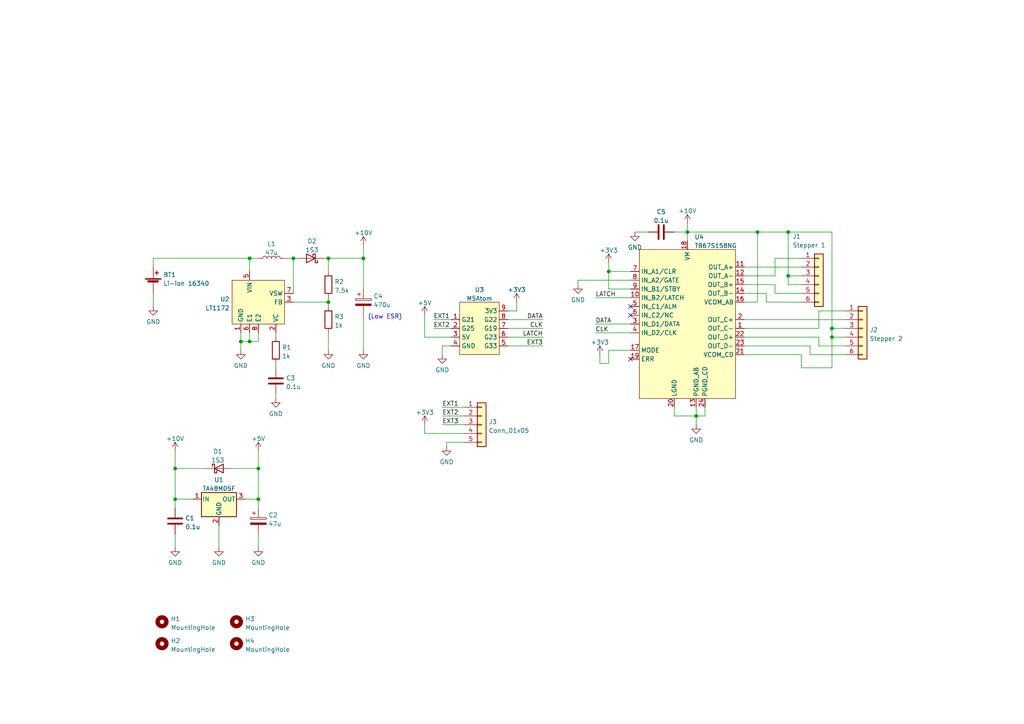
<source format=kicad_sch>
(kicad_sch (version 20211123) (generator eeschema)

  (uuid e63e39d7-6ac0-4ffd-8aa3-1841a4541b55)

  (paper "A4")

  (lib_symbols
    (symbol "Connector_Generic:Conn_01x05" (pin_names (offset 1.016) hide) (in_bom yes) (on_board yes)
      (property "Reference" "J" (id 0) (at 0 7.62 0)
        (effects (font (size 1.27 1.27)))
      )
      (property "Value" "Conn_01x05" (id 1) (at 0 -7.62 0)
        (effects (font (size 1.27 1.27)))
      )
      (property "Footprint" "" (id 2) (at 0 0 0)
        (effects (font (size 1.27 1.27)) hide)
      )
      (property "Datasheet" "~" (id 3) (at 0 0 0)
        (effects (font (size 1.27 1.27)) hide)
      )
      (property "ki_keywords" "connector" (id 4) (at 0 0 0)
        (effects (font (size 1.27 1.27)) hide)
      )
      (property "ki_description" "Generic connector, single row, 01x05, script generated (kicad-library-utils/schlib/autogen/connector/)" (id 5) (at 0 0 0)
        (effects (font (size 1.27 1.27)) hide)
      )
      (property "ki_fp_filters" "Connector*:*_1x??_*" (id 6) (at 0 0 0)
        (effects (font (size 1.27 1.27)) hide)
      )
      (symbol "Conn_01x05_1_1"
        (rectangle (start -1.27 -4.953) (end 0 -5.207)
          (stroke (width 0.1524) (type default) (color 0 0 0 0))
          (fill (type none))
        )
        (rectangle (start -1.27 -2.413) (end 0 -2.667)
          (stroke (width 0.1524) (type default) (color 0 0 0 0))
          (fill (type none))
        )
        (rectangle (start -1.27 0.127) (end 0 -0.127)
          (stroke (width 0.1524) (type default) (color 0 0 0 0))
          (fill (type none))
        )
        (rectangle (start -1.27 2.667) (end 0 2.413)
          (stroke (width 0.1524) (type default) (color 0 0 0 0))
          (fill (type none))
        )
        (rectangle (start -1.27 5.207) (end 0 4.953)
          (stroke (width 0.1524) (type default) (color 0 0 0 0))
          (fill (type none))
        )
        (rectangle (start -1.27 6.35) (end 1.27 -6.35)
          (stroke (width 0.254) (type default) (color 0 0 0 0))
          (fill (type background))
        )
        (pin passive line (at -5.08 5.08 0) (length 3.81)
          (name "Pin_1" (effects (font (size 1.27 1.27))))
          (number "1" (effects (font (size 1.27 1.27))))
        )
        (pin passive line (at -5.08 2.54 0) (length 3.81)
          (name "Pin_2" (effects (font (size 1.27 1.27))))
          (number "2" (effects (font (size 1.27 1.27))))
        )
        (pin passive line (at -5.08 0 0) (length 3.81)
          (name "Pin_3" (effects (font (size 1.27 1.27))))
          (number "3" (effects (font (size 1.27 1.27))))
        )
        (pin passive line (at -5.08 -2.54 0) (length 3.81)
          (name "Pin_4" (effects (font (size 1.27 1.27))))
          (number "4" (effects (font (size 1.27 1.27))))
        )
        (pin passive line (at -5.08 -5.08 0) (length 3.81)
          (name "Pin_5" (effects (font (size 1.27 1.27))))
          (number "5" (effects (font (size 1.27 1.27))))
        )
      )
    )
    (symbol "Connector_Generic:Conn_01x06" (pin_names (offset 1.016) hide) (in_bom yes) (on_board yes)
      (property "Reference" "J" (id 0) (at 0 7.62 0)
        (effects (font (size 1.27 1.27)))
      )
      (property "Value" "Conn_01x06" (id 1) (at 0 -10.16 0)
        (effects (font (size 1.27 1.27)))
      )
      (property "Footprint" "" (id 2) (at 0 0 0)
        (effects (font (size 1.27 1.27)) hide)
      )
      (property "Datasheet" "~" (id 3) (at 0 0 0)
        (effects (font (size 1.27 1.27)) hide)
      )
      (property "ki_keywords" "connector" (id 4) (at 0 0 0)
        (effects (font (size 1.27 1.27)) hide)
      )
      (property "ki_description" "Generic connector, single row, 01x06, script generated (kicad-library-utils/schlib/autogen/connector/)" (id 5) (at 0 0 0)
        (effects (font (size 1.27 1.27)) hide)
      )
      (property "ki_fp_filters" "Connector*:*_1x??_*" (id 6) (at 0 0 0)
        (effects (font (size 1.27 1.27)) hide)
      )
      (symbol "Conn_01x06_1_1"
        (rectangle (start -1.27 -7.493) (end 0 -7.747)
          (stroke (width 0.1524) (type default) (color 0 0 0 0))
          (fill (type none))
        )
        (rectangle (start -1.27 -4.953) (end 0 -5.207)
          (stroke (width 0.1524) (type default) (color 0 0 0 0))
          (fill (type none))
        )
        (rectangle (start -1.27 -2.413) (end 0 -2.667)
          (stroke (width 0.1524) (type default) (color 0 0 0 0))
          (fill (type none))
        )
        (rectangle (start -1.27 0.127) (end 0 -0.127)
          (stroke (width 0.1524) (type default) (color 0 0 0 0))
          (fill (type none))
        )
        (rectangle (start -1.27 2.667) (end 0 2.413)
          (stroke (width 0.1524) (type default) (color 0 0 0 0))
          (fill (type none))
        )
        (rectangle (start -1.27 5.207) (end 0 4.953)
          (stroke (width 0.1524) (type default) (color 0 0 0 0))
          (fill (type none))
        )
        (rectangle (start -1.27 6.35) (end 1.27 -8.89)
          (stroke (width 0.254) (type default) (color 0 0 0 0))
          (fill (type background))
        )
        (pin passive line (at -5.08 5.08 0) (length 3.81)
          (name "Pin_1" (effects (font (size 1.27 1.27))))
          (number "1" (effects (font (size 1.27 1.27))))
        )
        (pin passive line (at -5.08 2.54 0) (length 3.81)
          (name "Pin_2" (effects (font (size 1.27 1.27))))
          (number "2" (effects (font (size 1.27 1.27))))
        )
        (pin passive line (at -5.08 0 0) (length 3.81)
          (name "Pin_3" (effects (font (size 1.27 1.27))))
          (number "3" (effects (font (size 1.27 1.27))))
        )
        (pin passive line (at -5.08 -2.54 0) (length 3.81)
          (name "Pin_4" (effects (font (size 1.27 1.27))))
          (number "4" (effects (font (size 1.27 1.27))))
        )
        (pin passive line (at -5.08 -5.08 0) (length 3.81)
          (name "Pin_5" (effects (font (size 1.27 1.27))))
          (number "5" (effects (font (size 1.27 1.27))))
        )
        (pin passive line (at -5.08 -7.62 0) (length 3.81)
          (name "Pin_6" (effects (font (size 1.27 1.27))))
          (number "6" (effects (font (size 1.27 1.27))))
        )
      )
    )
    (symbol "Device:Battery_Cell" (pin_numbers hide) (pin_names (offset 0) hide) (in_bom yes) (on_board yes)
      (property "Reference" "BT" (id 0) (at 2.54 2.54 0)
        (effects (font (size 1.27 1.27)) (justify left))
      )
      (property "Value" "Battery_Cell" (id 1) (at 2.54 0 0)
        (effects (font (size 1.27 1.27)) (justify left))
      )
      (property "Footprint" "" (id 2) (at 0 1.524 90)
        (effects (font (size 1.27 1.27)) hide)
      )
      (property "Datasheet" "~" (id 3) (at 0 1.524 90)
        (effects (font (size 1.27 1.27)) hide)
      )
      (property "ki_keywords" "battery cell" (id 4) (at 0 0 0)
        (effects (font (size 1.27 1.27)) hide)
      )
      (property "ki_description" "Single-cell battery" (id 5) (at 0 0 0)
        (effects (font (size 1.27 1.27)) hide)
      )
      (symbol "Battery_Cell_0_1"
        (rectangle (start -2.286 1.778) (end 2.286 1.524)
          (stroke (width 0) (type default) (color 0 0 0 0))
          (fill (type outline))
        )
        (rectangle (start -1.5748 1.1938) (end 1.4732 0.6858)
          (stroke (width 0) (type default) (color 0 0 0 0))
          (fill (type outline))
        )
        (polyline
          (pts
            (xy 0 0.762)
            (xy 0 0)
          )
          (stroke (width 0) (type default) (color 0 0 0 0))
          (fill (type none))
        )
        (polyline
          (pts
            (xy 0 1.778)
            (xy 0 2.54)
          )
          (stroke (width 0) (type default) (color 0 0 0 0))
          (fill (type none))
        )
        (polyline
          (pts
            (xy 0.508 3.429)
            (xy 1.524 3.429)
          )
          (stroke (width 0.254) (type default) (color 0 0 0 0))
          (fill (type none))
        )
        (polyline
          (pts
            (xy 1.016 3.937)
            (xy 1.016 2.921)
          )
          (stroke (width 0.254) (type default) (color 0 0 0 0))
          (fill (type none))
        )
      )
      (symbol "Battery_Cell_1_1"
        (pin passive line (at 0 5.08 270) (length 2.54)
          (name "+" (effects (font (size 1.27 1.27))))
          (number "1" (effects (font (size 1.27 1.27))))
        )
        (pin passive line (at 0 -2.54 90) (length 2.54)
          (name "-" (effects (font (size 1.27 1.27))))
          (number "2" (effects (font (size 1.27 1.27))))
        )
      )
    )
    (symbol "Device:C" (pin_numbers hide) (pin_names (offset 0.254)) (in_bom yes) (on_board yes)
      (property "Reference" "C" (id 0) (at 0.635 2.54 0)
        (effects (font (size 1.27 1.27)) (justify left))
      )
      (property "Value" "C" (id 1) (at 0.635 -2.54 0)
        (effects (font (size 1.27 1.27)) (justify left))
      )
      (property "Footprint" "" (id 2) (at 0.9652 -3.81 0)
        (effects (font (size 1.27 1.27)) hide)
      )
      (property "Datasheet" "~" (id 3) (at 0 0 0)
        (effects (font (size 1.27 1.27)) hide)
      )
      (property "ki_keywords" "cap capacitor" (id 4) (at 0 0 0)
        (effects (font (size 1.27 1.27)) hide)
      )
      (property "ki_description" "Unpolarized capacitor" (id 5) (at 0 0 0)
        (effects (font (size 1.27 1.27)) hide)
      )
      (property "ki_fp_filters" "C_*" (id 6) (at 0 0 0)
        (effects (font (size 1.27 1.27)) hide)
      )
      (symbol "C_0_1"
        (polyline
          (pts
            (xy -2.032 -0.762)
            (xy 2.032 -0.762)
          )
          (stroke (width 0.508) (type default) (color 0 0 0 0))
          (fill (type none))
        )
        (polyline
          (pts
            (xy -2.032 0.762)
            (xy 2.032 0.762)
          )
          (stroke (width 0.508) (type default) (color 0 0 0 0))
          (fill (type none))
        )
      )
      (symbol "C_1_1"
        (pin passive line (at 0 3.81 270) (length 2.794)
          (name "~" (effects (font (size 1.27 1.27))))
          (number "1" (effects (font (size 1.27 1.27))))
        )
        (pin passive line (at 0 -3.81 90) (length 2.794)
          (name "~" (effects (font (size 1.27 1.27))))
          (number "2" (effects (font (size 1.27 1.27))))
        )
      )
    )
    (symbol "Device:C_Polarized" (pin_numbers hide) (pin_names (offset 0.254)) (in_bom yes) (on_board yes)
      (property "Reference" "C" (id 0) (at 0.635 2.54 0)
        (effects (font (size 1.27 1.27)) (justify left))
      )
      (property "Value" "C_Polarized" (id 1) (at 0.635 -2.54 0)
        (effects (font (size 1.27 1.27)) (justify left))
      )
      (property "Footprint" "" (id 2) (at 0.9652 -3.81 0)
        (effects (font (size 1.27 1.27)) hide)
      )
      (property "Datasheet" "~" (id 3) (at 0 0 0)
        (effects (font (size 1.27 1.27)) hide)
      )
      (property "ki_keywords" "cap capacitor" (id 4) (at 0 0 0)
        (effects (font (size 1.27 1.27)) hide)
      )
      (property "ki_description" "Polarized capacitor" (id 5) (at 0 0 0)
        (effects (font (size 1.27 1.27)) hide)
      )
      (property "ki_fp_filters" "CP_*" (id 6) (at 0 0 0)
        (effects (font (size 1.27 1.27)) hide)
      )
      (symbol "C_Polarized_0_1"
        (rectangle (start -2.286 0.508) (end 2.286 1.016)
          (stroke (width 0) (type default) (color 0 0 0 0))
          (fill (type none))
        )
        (polyline
          (pts
            (xy -1.778 2.286)
            (xy -0.762 2.286)
          )
          (stroke (width 0) (type default) (color 0 0 0 0))
          (fill (type none))
        )
        (polyline
          (pts
            (xy -1.27 2.794)
            (xy -1.27 1.778)
          )
          (stroke (width 0) (type default) (color 0 0 0 0))
          (fill (type none))
        )
        (rectangle (start 2.286 -0.508) (end -2.286 -1.016)
          (stroke (width 0) (type default) (color 0 0 0 0))
          (fill (type outline))
        )
      )
      (symbol "C_Polarized_1_1"
        (pin passive line (at 0 3.81 270) (length 2.794)
          (name "~" (effects (font (size 1.27 1.27))))
          (number "1" (effects (font (size 1.27 1.27))))
        )
        (pin passive line (at 0 -3.81 90) (length 2.794)
          (name "~" (effects (font (size 1.27 1.27))))
          (number "2" (effects (font (size 1.27 1.27))))
        )
      )
    )
    (symbol "Device:D_Schottky" (pin_numbers hide) (pin_names (offset 1.016) hide) (in_bom yes) (on_board yes)
      (property "Reference" "D" (id 0) (at 0 2.54 0)
        (effects (font (size 1.27 1.27)))
      )
      (property "Value" "D_Schottky" (id 1) (at 0 -2.54 0)
        (effects (font (size 1.27 1.27)))
      )
      (property "Footprint" "" (id 2) (at 0 0 0)
        (effects (font (size 1.27 1.27)) hide)
      )
      (property "Datasheet" "~" (id 3) (at 0 0 0)
        (effects (font (size 1.27 1.27)) hide)
      )
      (property "ki_keywords" "diode Schottky" (id 4) (at 0 0 0)
        (effects (font (size 1.27 1.27)) hide)
      )
      (property "ki_description" "Schottky diode" (id 5) (at 0 0 0)
        (effects (font (size 1.27 1.27)) hide)
      )
      (property "ki_fp_filters" "TO-???* *_Diode_* *SingleDiode* D_*" (id 6) (at 0 0 0)
        (effects (font (size 1.27 1.27)) hide)
      )
      (symbol "D_Schottky_0_1"
        (polyline
          (pts
            (xy 1.27 0)
            (xy -1.27 0)
          )
          (stroke (width 0) (type default) (color 0 0 0 0))
          (fill (type none))
        )
        (polyline
          (pts
            (xy 1.27 1.27)
            (xy 1.27 -1.27)
            (xy -1.27 0)
            (xy 1.27 1.27)
          )
          (stroke (width 0.254) (type default) (color 0 0 0 0))
          (fill (type none))
        )
        (polyline
          (pts
            (xy -1.905 0.635)
            (xy -1.905 1.27)
            (xy -1.27 1.27)
            (xy -1.27 -1.27)
            (xy -0.635 -1.27)
            (xy -0.635 -0.635)
          )
          (stroke (width 0.254) (type default) (color 0 0 0 0))
          (fill (type none))
        )
      )
      (symbol "D_Schottky_1_1"
        (pin passive line (at -3.81 0 0) (length 2.54)
          (name "K" (effects (font (size 1.27 1.27))))
          (number "1" (effects (font (size 1.27 1.27))))
        )
        (pin passive line (at 3.81 0 180) (length 2.54)
          (name "A" (effects (font (size 1.27 1.27))))
          (number "2" (effects (font (size 1.27 1.27))))
        )
      )
    )
    (symbol "Device:L" (pin_numbers hide) (pin_names (offset 1.016) hide) (in_bom yes) (on_board yes)
      (property "Reference" "L" (id 0) (at -1.27 0 90)
        (effects (font (size 1.27 1.27)))
      )
      (property "Value" "L" (id 1) (at 1.905 0 90)
        (effects (font (size 1.27 1.27)))
      )
      (property "Footprint" "" (id 2) (at 0 0 0)
        (effects (font (size 1.27 1.27)) hide)
      )
      (property "Datasheet" "~" (id 3) (at 0 0 0)
        (effects (font (size 1.27 1.27)) hide)
      )
      (property "ki_keywords" "inductor choke coil reactor magnetic" (id 4) (at 0 0 0)
        (effects (font (size 1.27 1.27)) hide)
      )
      (property "ki_description" "Inductor" (id 5) (at 0 0 0)
        (effects (font (size 1.27 1.27)) hide)
      )
      (property "ki_fp_filters" "Choke_* *Coil* Inductor_* L_*" (id 6) (at 0 0 0)
        (effects (font (size 1.27 1.27)) hide)
      )
      (symbol "L_0_1"
        (arc (start 0 -2.54) (mid 0.635 -1.905) (end 0 -1.27)
          (stroke (width 0) (type default) (color 0 0 0 0))
          (fill (type none))
        )
        (arc (start 0 -1.27) (mid 0.635 -0.635) (end 0 0)
          (stroke (width 0) (type default) (color 0 0 0 0))
          (fill (type none))
        )
        (arc (start 0 0) (mid 0.635 0.635) (end 0 1.27)
          (stroke (width 0) (type default) (color 0 0 0 0))
          (fill (type none))
        )
        (arc (start 0 1.27) (mid 0.635 1.905) (end 0 2.54)
          (stroke (width 0) (type default) (color 0 0 0 0))
          (fill (type none))
        )
      )
      (symbol "L_1_1"
        (pin passive line (at 0 3.81 270) (length 1.27)
          (name "1" (effects (font (size 1.27 1.27))))
          (number "1" (effects (font (size 1.27 1.27))))
        )
        (pin passive line (at 0 -3.81 90) (length 1.27)
          (name "2" (effects (font (size 1.27 1.27))))
          (number "2" (effects (font (size 1.27 1.27))))
        )
      )
    )
    (symbol "Device:R" (pin_numbers hide) (pin_names (offset 0)) (in_bom yes) (on_board yes)
      (property "Reference" "R" (id 0) (at 2.032 0 90)
        (effects (font (size 1.27 1.27)))
      )
      (property "Value" "R" (id 1) (at 0 0 90)
        (effects (font (size 1.27 1.27)))
      )
      (property "Footprint" "" (id 2) (at -1.778 0 90)
        (effects (font (size 1.27 1.27)) hide)
      )
      (property "Datasheet" "~" (id 3) (at 0 0 0)
        (effects (font (size 1.27 1.27)) hide)
      )
      (property "ki_keywords" "R res resistor" (id 4) (at 0 0 0)
        (effects (font (size 1.27 1.27)) hide)
      )
      (property "ki_description" "Resistor" (id 5) (at 0 0 0)
        (effects (font (size 1.27 1.27)) hide)
      )
      (property "ki_fp_filters" "R_*" (id 6) (at 0 0 0)
        (effects (font (size 1.27 1.27)) hide)
      )
      (symbol "R_0_1"
        (rectangle (start -1.016 -2.54) (end 1.016 2.54)
          (stroke (width 0.254) (type default) (color 0 0 0 0))
          (fill (type none))
        )
      )
      (symbol "R_1_1"
        (pin passive line (at 0 3.81 270) (length 1.27)
          (name "~" (effects (font (size 1.27 1.27))))
          (number "1" (effects (font (size 1.27 1.27))))
        )
        (pin passive line (at 0 -3.81 90) (length 1.27)
          (name "~" (effects (font (size 1.27 1.27))))
          (number "2" (effects (font (size 1.27 1.27))))
        )
      )
    )
    (symbol "Mechanical:MountingHole" (pin_names (offset 1.016)) (in_bom yes) (on_board yes)
      (property "Reference" "H" (id 0) (at 0 5.08 0)
        (effects (font (size 1.27 1.27)))
      )
      (property "Value" "MountingHole" (id 1) (at 0 3.175 0)
        (effects (font (size 1.27 1.27)))
      )
      (property "Footprint" "" (id 2) (at 0 0 0)
        (effects (font (size 1.27 1.27)) hide)
      )
      (property "Datasheet" "~" (id 3) (at 0 0 0)
        (effects (font (size 1.27 1.27)) hide)
      )
      (property "ki_keywords" "mounting hole" (id 4) (at 0 0 0)
        (effects (font (size 1.27 1.27)) hide)
      )
      (property "ki_description" "Mounting Hole without connection" (id 5) (at 0 0 0)
        (effects (font (size 1.27 1.27)) hide)
      )
      (property "ki_fp_filters" "MountingHole*" (id 6) (at 0 0 0)
        (effects (font (size 1.27 1.27)) hide)
      )
      (symbol "MountingHole_0_1"
        (circle (center 0 0) (radius 1.27)
          (stroke (width 1.27) (type default) (color 0 0 0 0))
          (fill (type none))
        )
      )
    )
    (symbol "Regulator_Linear:L7805" (pin_names (offset 0.254)) (in_bom yes) (on_board yes)
      (property "Reference" "U" (id 0) (at -3.81 3.175 0)
        (effects (font (size 1.27 1.27)))
      )
      (property "Value" "L7805" (id 1) (at 0 3.175 0)
        (effects (font (size 1.27 1.27)) (justify left))
      )
      (property "Footprint" "" (id 2) (at 0.635 -3.81 0)
        (effects (font (size 1.27 1.27) italic) (justify left) hide)
      )
      (property "Datasheet" "http://www.st.com/content/ccc/resource/technical/document/datasheet/41/4f/b3/b0/12/d4/47/88/CD00000444.pdf/files/CD00000444.pdf/jcr:content/translations/en.CD00000444.pdf" (id 3) (at 0 -1.27 0)
        (effects (font (size 1.27 1.27)) hide)
      )
      (property "ki_keywords" "Voltage Regulator 1.5A Positive" (id 4) (at 0 0 0)
        (effects (font (size 1.27 1.27)) hide)
      )
      (property "ki_description" "Positive 1.5A 35V Linear Regulator, Fixed Output 5V, TO-220/TO-263/TO-252" (id 5) (at 0 0 0)
        (effects (font (size 1.27 1.27)) hide)
      )
      (property "ki_fp_filters" "TO?252* TO?263* TO?220*" (id 6) (at 0 0 0)
        (effects (font (size 1.27 1.27)) hide)
      )
      (symbol "L7805_0_1"
        (rectangle (start -5.08 1.905) (end 5.08 -5.08)
          (stroke (width 0.254) (type default) (color 0 0 0 0))
          (fill (type background))
        )
      )
      (symbol "L7805_1_1"
        (pin power_in line (at -7.62 0 0) (length 2.54)
          (name "IN" (effects (font (size 1.27 1.27))))
          (number "1" (effects (font (size 1.27 1.27))))
        )
        (pin power_in line (at 0 -7.62 90) (length 2.54)
          (name "GND" (effects (font (size 1.27 1.27))))
          (number "2" (effects (font (size 1.27 1.27))))
        )
        (pin power_out line (at 7.62 0 180) (length 2.54)
          (name "OUT" (effects (font (size 1.27 1.27))))
          (number "3" (effects (font (size 1.27 1.27))))
        )
      )
    )
    (symbol "myparts:LT1172" (in_bom yes) (on_board yes)
      (property "Reference" "U" (id 0) (at 6.35 13.97 0)
        (effects (font (size 1.27 1.27)))
      )
      (property "Value" "LT1172" (id 1) (at 6.35 11.43 0)
        (effects (font (size 1.27 1.27)))
      )
      (property "Footprint" "Package_DIP:DIP-8_W7.62mm" (id 2) (at 0 0 0)
        (effects (font (size 1.27 1.27)) hide)
      )
      (property "Datasheet" "https://www.analog.com/media/jp/technical-documentation/data-sheets/j117012fg.pdf" (id 3) (at 0 0 0)
        (effects (font (size 1.27 1.27)) hide)
      )
      (property "ki_description" "Switching regulator" (id 4) (at 0 0 0)
        (effects (font (size 1.27 1.27)) hide)
      )
      (symbol "LT1172_0_1"
        (rectangle (start -7.62 7.62) (end 7.62 -5.08)
          (stroke (width 0.1524) (type default) (color 0 0 0 0))
          (fill (type background))
        )
      )
      (symbol "LT1172_1_1"
        (pin power_in line (at -5.08 -7.62 90) (length 2.54)
          (name "GND" (effects (font (size 1.27 1.27))))
          (number "1" (effects (font (size 1.27 1.27))))
        )
        (pin power_in line (at 5.08 -7.62 90) (length 2.54)
          (name "VC" (effects (font (size 1.27 1.27))))
          (number "2" (effects (font (size 1.27 1.27))))
        )
        (pin input line (at 10.16 1.27 180) (length 2.54)
          (name "FB" (effects (font (size 1.27 1.27))))
          (number "3" (effects (font (size 1.27 1.27))))
        )
        (pin no_connect line (at -7.62 1.27 0) (length 2.54) hide
          (name "NC" (effects (font (size 1.27 1.27))))
          (number "4" (effects (font (size 1.27 1.27))))
        )
        (pin power_in line (at -2.54 10.16 270) (length 2.54)
          (name "VIN" (effects (font (size 1.27 1.27))))
          (number "5" (effects (font (size 1.27 1.27))))
        )
        (pin unspecified line (at -2.54 -7.62 90) (length 2.54)
          (name "E1" (effects (font (size 1.27 1.27))))
          (number "6" (effects (font (size 1.27 1.27))))
        )
        (pin unspecified line (at 10.16 3.81 180) (length 2.54)
          (name "VSW" (effects (font (size 1.27 1.27))))
          (number "7" (effects (font (size 1.27 1.27))))
        )
        (pin unspecified line (at 0 -7.62 90) (length 2.54)
          (name "E2" (effects (font (size 1.27 1.27))))
          (number "8" (effects (font (size 1.27 1.27))))
        )
      )
    )
    (symbol "myparts:M5Atom" (in_bom yes) (on_board yes)
      (property "Reference" "U" (id 0) (at 0 10.16 0)
        (effects (font (size 1.27 1.27)))
      )
      (property "Value" "M5Atom" (id 1) (at 0 7.62 0)
        (effects (font (size 1.27 1.27)))
      )
      (property "Footprint" "" (id 2) (at 0 0 0)
        (effects (font (size 1.27 1.27)) hide)
      )
      (property "Datasheet" "" (id 3) (at 0 0 0)
        (effects (font (size 1.27 1.27)) hide)
      )
      (symbol "M5Atom_0_1"
        (rectangle (start -6.35 6.35) (end 5.08 -8.89)
          (stroke (width 0) (type default) (color 0 0 0 0))
          (fill (type background))
        )
      )
      (symbol "M5Atom_1_1"
        (pin bidirectional line (at -8.89 1.27 0) (length 2.54)
          (name "G21" (effects (font (size 1.27 1.27))))
          (number "1" (effects (font (size 1.27 1.27))))
        )
        (pin bidirectional line (at -8.89 -1.27 0) (length 2.54)
          (name "G25" (effects (font (size 1.27 1.27))))
          (number "2" (effects (font (size 1.27 1.27))))
        )
        (pin bidirectional line (at -8.89 -3.81 0) (length 2.54)
          (name "5V" (effects (font (size 1.27 1.27))))
          (number "3" (effects (font (size 1.27 1.27))))
        )
        (pin bidirectional line (at -8.89 -6.35 0) (length 2.54)
          (name "GND" (effects (font (size 1.27 1.27))))
          (number "4" (effects (font (size 1.27 1.27))))
        )
        (pin bidirectional line (at 7.62 -6.35 180) (length 2.54)
          (name "G33" (effects (font (size 1.27 1.27))))
          (number "5" (effects (font (size 1.27 1.27))))
        )
        (pin bidirectional line (at 7.62 -3.81 180) (length 2.54)
          (name "G23" (effects (font (size 1.27 1.27))))
          (number "6" (effects (font (size 1.27 1.27))))
        )
        (pin bidirectional line (at 7.62 -1.27 180) (length 2.54)
          (name "G19" (effects (font (size 1.27 1.27))))
          (number "7" (effects (font (size 1.27 1.27))))
        )
        (pin bidirectional line (at 7.62 1.27 180) (length 2.54)
          (name "G22" (effects (font (size 1.27 1.27))))
          (number "8" (effects (font (size 1.27 1.27))))
        )
        (pin bidirectional line (at 7.62 3.81 180) (length 2.54)
          (name "3V3" (effects (font (size 1.27 1.27))))
          (number "9" (effects (font (size 1.27 1.27))))
        )
      )
    )
    (symbol "myparts:TB67S158NG" (in_bom yes) (on_board yes)
      (property "Reference" "U" (id 0) (at 7.62 25.4 0)
        (effects (font (size 1.27 1.27)))
      )
      (property "Value" "TB67S158NG" (id 1) (at 7.62 22.86 0)
        (effects (font (size 1.27 1.27)))
      )
      (property "Footprint" "myfootprint:SDIP24_300mil" (id 2) (at 0 10.16 0)
        (effects (font (size 1.27 1.27)) hide)
      )
      (property "Datasheet" "https://toshiba.semicon-storage.com/info/TB67S158NG_datasheet_ja_20150511.pdf?did=15518&prodName=TB67S158NG" (id 3) (at 0 10.16 0)
        (effects (font (size 1.27 1.27)) hide)
      )
      (property "ki_description" "Dual stepper motor driver" (id 4) (at 0 0 0)
        (effects (font (size 1.27 1.27)) hide)
      )
      (symbol "TB67S158NG_0_1"
        (rectangle (start -13.97 21.59) (end 13.97 -21.59)
          (stroke (width 0.1524) (type default) (color 0 0 0 0))
          (fill (type background))
        )
      )
      (symbol "TB67S158NG_1_1"
        (pin open_collector line (at 16.51 -1.27 180) (length 2.54)
          (name "OUT_C-" (effects (font (size 1.27 1.27))))
          (number "1" (effects (font (size 1.27 1.27))))
        )
        (pin input line (at -16.51 7.62 0) (length 2.54)
          (name "IN_B2/LATCH" (effects (font (size 1.27 1.27))))
          (number "10" (effects (font (size 1.27 1.27))))
        )
        (pin open_collector line (at 16.51 16.51 180) (length 2.54)
          (name "OUT_A+" (effects (font (size 1.27 1.27))))
          (number "11" (effects (font (size 1.27 1.27))))
        )
        (pin open_collector line (at 16.51 13.97 180) (length 2.54)
          (name "OUT_A-" (effects (font (size 1.27 1.27))))
          (number "12" (effects (font (size 1.27 1.27))))
        )
        (pin power_in line (at 2.54 -24.13 90) (length 2.54)
          (name "PGND_AB" (effects (font (size 1.27 1.27))))
          (number "13" (effects (font (size 1.27 1.27))))
        )
        (pin open_collector line (at 16.51 8.89 180) (length 2.54)
          (name "OUT_B-" (effects (font (size 1.27 1.27))))
          (number "14" (effects (font (size 1.27 1.27))))
        )
        (pin open_collector line (at 16.51 11.43 180) (length 2.54)
          (name "OUT_B+" (effects (font (size 1.27 1.27))))
          (number "15" (effects (font (size 1.27 1.27))))
        )
        (pin unspecified line (at 16.51 6.35 180) (length 2.54)
          (name "VCOM_AB" (effects (font (size 1.27 1.27))))
          (number "16" (effects (font (size 1.27 1.27))))
        )
        (pin input line (at -16.51 -7.62 0) (length 2.54)
          (name "MODE" (effects (font (size 1.27 1.27))))
          (number "17" (effects (font (size 1.27 1.27))))
        )
        (pin power_in line (at 0 24.13 270) (length 2.54)
          (name "VM" (effects (font (size 1.27 1.27))))
          (number "18" (effects (font (size 1.27 1.27))))
        )
        (pin open_collector line (at -16.51 -10.16 0) (length 2.54)
          (name "ERR" (effects (font (size 1.27 1.27))))
          (number "19" (effects (font (size 1.27 1.27))))
        )
        (pin open_collector line (at 16.51 1.27 180) (length 2.54)
          (name "OUT_C+" (effects (font (size 1.27 1.27))))
          (number "2" (effects (font (size 1.27 1.27))))
        )
        (pin power_in line (at -3.81 -24.13 90) (length 2.54)
          (name "LGND" (effects (font (size 1.27 1.27))))
          (number "20" (effects (font (size 1.27 1.27))))
        )
        (pin unspecified line (at 16.51 -8.89 180) (length 2.54)
          (name "VCOM_CD" (effects (font (size 1.27 1.27))))
          (number "21" (effects (font (size 1.27 1.27))))
        )
        (pin open_collector line (at 16.51 -3.81 180) (length 2.54)
          (name "OUT_D+" (effects (font (size 1.27 1.27))))
          (number "22" (effects (font (size 1.27 1.27))))
        )
        (pin open_collector line (at 16.51 -6.35 180) (length 2.54)
          (name "OUT_D-" (effects (font (size 1.27 1.27))))
          (number "23" (effects (font (size 1.27 1.27))))
        )
        (pin power_in line (at 5.08 -24.13 90) (length 2.54)
          (name "PGND_CD" (effects (font (size 1.27 1.27))))
          (number "24" (effects (font (size 1.27 1.27))))
        )
        (pin input line (at -16.51 0 0) (length 2.54)
          (name "IN_D1/DATA" (effects (font (size 1.27 1.27))))
          (number "3" (effects (font (size 1.27 1.27))))
        )
        (pin input line (at -16.51 -2.54 0) (length 2.54)
          (name "IN_D2/CLK" (effects (font (size 1.27 1.27))))
          (number "4" (effects (font (size 1.27 1.27))))
        )
        (pin bidirectional line (at -16.51 5.08 0) (length 2.54)
          (name "IN_C1/ALM" (effects (font (size 1.27 1.27))))
          (number "5" (effects (font (size 1.27 1.27))))
        )
        (pin input line (at -16.51 2.54 0) (length 2.54)
          (name "IN_C2/NC" (effects (font (size 1.27 1.27))))
          (number "6" (effects (font (size 1.27 1.27))))
        )
        (pin input line (at -16.51 15.24 0) (length 2.54)
          (name "IN_A1/CLR" (effects (font (size 1.27 1.27))))
          (number "7" (effects (font (size 1.27 1.27))))
        )
        (pin input line (at -16.51 12.7 0) (length 2.54)
          (name "IN_A2/GATE" (effects (font (size 1.27 1.27))))
          (number "8" (effects (font (size 1.27 1.27))))
        )
        (pin input line (at -16.51 10.16 0) (length 2.54)
          (name "IN_B1/STBY" (effects (font (size 1.27 1.27))))
          (number "9" (effects (font (size 1.27 1.27))))
        )
      )
    )
    (symbol "power:+10V" (power) (pin_names (offset 0)) (in_bom yes) (on_board yes)
      (property "Reference" "#PWR" (id 0) (at 0 -3.81 0)
        (effects (font (size 1.27 1.27)) hide)
      )
      (property "Value" "+10V" (id 1) (at 0 3.556 0)
        (effects (font (size 1.27 1.27)))
      )
      (property "Footprint" "" (id 2) (at 0 0 0)
        (effects (font (size 1.27 1.27)) hide)
      )
      (property "Datasheet" "" (id 3) (at 0 0 0)
        (effects (font (size 1.27 1.27)) hide)
      )
      (property "ki_keywords" "power-flag" (id 4) (at 0 0 0)
        (effects (font (size 1.27 1.27)) hide)
      )
      (property "ki_description" "Power symbol creates a global label with name \"+10V\"" (id 5) (at 0 0 0)
        (effects (font (size 1.27 1.27)) hide)
      )
      (symbol "+10V_0_1"
        (polyline
          (pts
            (xy -0.762 1.27)
            (xy 0 2.54)
          )
          (stroke (width 0) (type default) (color 0 0 0 0))
          (fill (type none))
        )
        (polyline
          (pts
            (xy 0 0)
            (xy 0 2.54)
          )
          (stroke (width 0) (type default) (color 0 0 0 0))
          (fill (type none))
        )
        (polyline
          (pts
            (xy 0 2.54)
            (xy 0.762 1.27)
          )
          (stroke (width 0) (type default) (color 0 0 0 0))
          (fill (type none))
        )
      )
      (symbol "+10V_1_1"
        (pin power_in line (at 0 0 90) (length 0) hide
          (name "+10V" (effects (font (size 1.27 1.27))))
          (number "1" (effects (font (size 1.27 1.27))))
        )
      )
    )
    (symbol "power:+3V3" (power) (pin_names (offset 0)) (in_bom yes) (on_board yes)
      (property "Reference" "#PWR" (id 0) (at 0 -3.81 0)
        (effects (font (size 1.27 1.27)) hide)
      )
      (property "Value" "+3V3" (id 1) (at 0 3.556 0)
        (effects (font (size 1.27 1.27)))
      )
      (property "Footprint" "" (id 2) (at 0 0 0)
        (effects (font (size 1.27 1.27)) hide)
      )
      (property "Datasheet" "" (id 3) (at 0 0 0)
        (effects (font (size 1.27 1.27)) hide)
      )
      (property "ki_keywords" "power-flag" (id 4) (at 0 0 0)
        (effects (font (size 1.27 1.27)) hide)
      )
      (property "ki_description" "Power symbol creates a global label with name \"+3V3\"" (id 5) (at 0 0 0)
        (effects (font (size 1.27 1.27)) hide)
      )
      (symbol "+3V3_0_1"
        (polyline
          (pts
            (xy -0.762 1.27)
            (xy 0 2.54)
          )
          (stroke (width 0) (type default) (color 0 0 0 0))
          (fill (type none))
        )
        (polyline
          (pts
            (xy 0 0)
            (xy 0 2.54)
          )
          (stroke (width 0) (type default) (color 0 0 0 0))
          (fill (type none))
        )
        (polyline
          (pts
            (xy 0 2.54)
            (xy 0.762 1.27)
          )
          (stroke (width 0) (type default) (color 0 0 0 0))
          (fill (type none))
        )
      )
      (symbol "+3V3_1_1"
        (pin power_in line (at 0 0 90) (length 0) hide
          (name "+3V3" (effects (font (size 1.27 1.27))))
          (number "1" (effects (font (size 1.27 1.27))))
        )
      )
    )
    (symbol "power:+5V" (power) (pin_names (offset 0)) (in_bom yes) (on_board yes)
      (property "Reference" "#PWR" (id 0) (at 0 -3.81 0)
        (effects (font (size 1.27 1.27)) hide)
      )
      (property "Value" "+5V" (id 1) (at 0 3.556 0)
        (effects (font (size 1.27 1.27)))
      )
      (property "Footprint" "" (id 2) (at 0 0 0)
        (effects (font (size 1.27 1.27)) hide)
      )
      (property "Datasheet" "" (id 3) (at 0 0 0)
        (effects (font (size 1.27 1.27)) hide)
      )
      (property "ki_keywords" "power-flag" (id 4) (at 0 0 0)
        (effects (font (size 1.27 1.27)) hide)
      )
      (property "ki_description" "Power symbol creates a global label with name \"+5V\"" (id 5) (at 0 0 0)
        (effects (font (size 1.27 1.27)) hide)
      )
      (symbol "+5V_0_1"
        (polyline
          (pts
            (xy -0.762 1.27)
            (xy 0 2.54)
          )
          (stroke (width 0) (type default) (color 0 0 0 0))
          (fill (type none))
        )
        (polyline
          (pts
            (xy 0 0)
            (xy 0 2.54)
          )
          (stroke (width 0) (type default) (color 0 0 0 0))
          (fill (type none))
        )
        (polyline
          (pts
            (xy 0 2.54)
            (xy 0.762 1.27)
          )
          (stroke (width 0) (type default) (color 0 0 0 0))
          (fill (type none))
        )
      )
      (symbol "+5V_1_1"
        (pin power_in line (at 0 0 90) (length 0) hide
          (name "+5V" (effects (font (size 1.27 1.27))))
          (number "1" (effects (font (size 1.27 1.27))))
        )
      )
    )
    (symbol "power:GND" (power) (pin_names (offset 0)) (in_bom yes) (on_board yes)
      (property "Reference" "#PWR" (id 0) (at 0 -6.35 0)
        (effects (font (size 1.27 1.27)) hide)
      )
      (property "Value" "GND" (id 1) (at 0 -3.81 0)
        (effects (font (size 1.27 1.27)))
      )
      (property "Footprint" "" (id 2) (at 0 0 0)
        (effects (font (size 1.27 1.27)) hide)
      )
      (property "Datasheet" "" (id 3) (at 0 0 0)
        (effects (font (size 1.27 1.27)) hide)
      )
      (property "ki_keywords" "power-flag" (id 4) (at 0 0 0)
        (effects (font (size 1.27 1.27)) hide)
      )
      (property "ki_description" "Power symbol creates a global label with name \"GND\" , ground" (id 5) (at 0 0 0)
        (effects (font (size 1.27 1.27)) hide)
      )
      (symbol "GND_0_1"
        (polyline
          (pts
            (xy 0 0)
            (xy 0 -1.27)
            (xy 1.27 -1.27)
            (xy 0 -2.54)
            (xy -1.27 -1.27)
            (xy 0 -1.27)
          )
          (stroke (width 0) (type default) (color 0 0 0 0))
          (fill (type none))
        )
      )
      (symbol "GND_1_1"
        (pin power_in line (at 0 0 270) (length 0) hide
          (name "GND" (effects (font (size 1.27 1.27))))
          (number "1" (effects (font (size 1.27 1.27))))
        )
      )
    )
  )

  (junction (at 72.39 74.93) (diameter 0) (color 0 0 0 0)
    (uuid 01a21670-08c6-40c4-89c8-94f154239e28)
  )
  (junction (at 241.3 95.25) (diameter 0) (color 0 0 0 0)
    (uuid 23079790-2bf9-4f5c-b9fd-9d5c661ccaf7)
  )
  (junction (at 95.25 74.93) (diameter 0) (color 0 0 0 0)
    (uuid 289e93cb-597a-47d4-9a8a-5a711f78a395)
  )
  (junction (at 85.09 74.93) (diameter 0) (color 0 0 0 0)
    (uuid 2e09bf3a-d19a-40e9-a66f-972e389f0416)
  )
  (junction (at 241.3 97.79) (diameter 0) (color 0 0 0 0)
    (uuid 3b5ccb55-1748-45a9-8556-9f6acb1fe268)
  )
  (junction (at 72.39 99.06) (diameter 0) (color 0 0 0 0)
    (uuid 474af38d-6bf8-4a9e-9a41-55e53cfcc135)
  )
  (junction (at 199.39 67.31) (diameter 0) (color 0 0 0 0)
    (uuid 4fbc1302-02ed-41ad-baca-d5383617fac8)
  )
  (junction (at 74.93 135.89) (diameter 0) (color 0 0 0 0)
    (uuid 575f02b3-1c8e-484e-a930-9427ad5c1b38)
  )
  (junction (at 69.85 99.06) (diameter 0) (color 0 0 0 0)
    (uuid 57639395-b5b8-4e36-bef3-20766f7f929d)
  )
  (junction (at 50.8 135.89) (diameter 0) (color 0 0 0 0)
    (uuid 5985d21c-8781-4efd-8bd7-0568e86eef64)
  )
  (junction (at 219.71 67.31) (diameter 0) (color 0 0 0 0)
    (uuid 667c01cb-80cd-4117-90b8-31982e0b3256)
  )
  (junction (at 176.53 78.74) (diameter 0) (color 0 0 0 0)
    (uuid 8ebba346-9fe3-43b6-9e0b-81e352824aa6)
  )
  (junction (at 228.6 67.31) (diameter 0) (color 0 0 0 0)
    (uuid b8d2e1cc-a033-4a03-a0b6-4332c12b7109)
  )
  (junction (at 201.93 120.65) (diameter 0) (color 0 0 0 0)
    (uuid bc22d8b0-9038-410d-b0a4-ef6584a2010c)
  )
  (junction (at 105.41 74.93) (diameter 0) (color 0 0 0 0)
    (uuid bd6f7006-b89a-471a-bf5a-dd05c3fbc31d)
  )
  (junction (at 74.93 144.78) (diameter 0) (color 0 0 0 0)
    (uuid c0cb95c8-55ba-48fe-9b7e-3b996ce2fac9)
  )
  (junction (at 50.8 144.78) (diameter 0) (color 0 0 0 0)
    (uuid d8cc1bcd-67b0-4d69-a128-1fc8378921b7)
  )
  (junction (at 95.25 87.63) (diameter 0) (color 0 0 0 0)
    (uuid fbf7a824-dd06-49b6-85d2-c763712531b2)
  )
  (junction (at 228.6 80.01) (diameter 0) (color 0 0 0 0)
    (uuid fd1dc96c-3e6d-40fb-b5f5-ec6324b6803b)
  )

  (no_connect (at 182.88 88.9) (uuid 2a5ed936-d357-4150-b274-d866aafe8026))
  (no_connect (at 182.88 91.44) (uuid 2a5ed936-d357-4150-b274-d866aafe8027))
  (no_connect (at 182.88 104.14) (uuid 2a5ed936-d357-4150-b274-d866aafe8028))

  (wire (pts (xy 224.79 85.09) (xy 224.79 82.55))
    (stroke (width 0) (type default) (color 0 0 0 0))
    (uuid 00871124-f124-4198-8b04-cbe755aabf14)
  )
  (wire (pts (xy 245.11 97.79) (xy 241.3 97.79))
    (stroke (width 0) (type default) (color 0 0 0 0))
    (uuid 075a1151-9b58-4fd3-9893-76199f10b025)
  )
  (wire (pts (xy 222.25 85.09) (xy 222.25 87.63))
    (stroke (width 0) (type default) (color 0 0 0 0))
    (uuid 1075bee1-4025-4ca4-a987-8dc9663488ff)
  )
  (wire (pts (xy 147.32 97.79) (xy 157.48 97.79))
    (stroke (width 0) (type default) (color 0 0 0 0))
    (uuid 10b24777-db07-4576-b70a-6703bbe3a589)
  )
  (wire (pts (xy 241.3 95.25) (xy 241.3 67.31))
    (stroke (width 0) (type default) (color 0 0 0 0))
    (uuid 11c97839-9a7d-48d4-8a71-749f7f29845a)
  )
  (wire (pts (xy 228.6 67.31) (xy 241.3 67.31))
    (stroke (width 0) (type default) (color 0 0 0 0))
    (uuid 12f35183-d2d4-4bf2-8cdc-6357d362706c)
  )
  (wire (pts (xy 199.39 67.31) (xy 219.71 67.31))
    (stroke (width 0) (type default) (color 0 0 0 0))
    (uuid 13ca245b-fe00-4b04-a368-02f4ef9f9b89)
  )
  (wire (pts (xy 128.27 118.11) (xy 134.62 118.11))
    (stroke (width 0) (type default) (color 0 0 0 0))
    (uuid 1521cda7-86fe-4558-a264-ec3e6be69d27)
  )
  (wire (pts (xy 130.81 100.33) (xy 128.27 100.33))
    (stroke (width 0) (type default) (color 0 0 0 0))
    (uuid 1a3908e6-1e81-477c-b81d-11898b35bbc6)
  )
  (wire (pts (xy 130.81 97.79) (xy 123.19 97.79))
    (stroke (width 0) (type default) (color 0 0 0 0))
    (uuid 1ae70a05-d8b1-4ad6-b7e4-6bedd591429b)
  )
  (wire (pts (xy 134.62 125.73) (xy 123.19 125.73))
    (stroke (width 0) (type default) (color 0 0 0 0))
    (uuid 1bb738b7-3b5f-4149-9482-1fadb6d4b9b7)
  )
  (wire (pts (xy 172.72 93.98) (xy 182.88 93.98))
    (stroke (width 0) (type default) (color 0 0 0 0))
    (uuid 1e808328-9f34-4952-9f2b-33ef83a0db89)
  )
  (wire (pts (xy 129.54 128.27) (xy 129.54 129.54))
    (stroke (width 0) (type default) (color 0 0 0 0))
    (uuid 1f047ac6-60f1-4b92-babc-f0f9f4d7be8c)
  )
  (wire (pts (xy 74.93 96.52) (xy 74.93 99.06))
    (stroke (width 0) (type default) (color 0 0 0 0))
    (uuid 1fb12736-b515-4df9-ab00-788cfcd495df)
  )
  (wire (pts (xy 182.88 81.28) (xy 167.64 81.28))
    (stroke (width 0) (type default) (color 0 0 0 0))
    (uuid 2184f1f4-534f-473b-8937-15af86311907)
  )
  (wire (pts (xy 232.41 102.87) (xy 232.41 106.68))
    (stroke (width 0) (type default) (color 0 0 0 0))
    (uuid 23561621-bd90-4981-b1d8-eee064b90b2c)
  )
  (wire (pts (xy 74.93 130.81) (xy 74.93 135.89))
    (stroke (width 0) (type default) (color 0 0 0 0))
    (uuid 24306e31-86ee-4214-85a8-8592b39035ab)
  )
  (wire (pts (xy 232.41 106.68) (xy 241.3 106.68))
    (stroke (width 0) (type default) (color 0 0 0 0))
    (uuid 257be6c6-713e-4ee2-bbaa-6611a6f4bb30)
  )
  (wire (pts (xy 234.95 102.87) (xy 245.11 102.87))
    (stroke (width 0) (type default) (color 0 0 0 0))
    (uuid 27e01466-290b-4e0a-a3cb-3c038b331213)
  )
  (wire (pts (xy 245.11 100.33) (xy 237.49 100.33))
    (stroke (width 0) (type default) (color 0 0 0 0))
    (uuid 2a19801d-8ac6-4539-a483-7c15acec09a6)
  )
  (wire (pts (xy 95.25 78.74) (xy 95.25 74.93))
    (stroke (width 0) (type default) (color 0 0 0 0))
    (uuid 2c92cc4f-59fd-4b41-b25c-a989d6d0bd7d)
  )
  (wire (pts (xy 134.62 128.27) (xy 129.54 128.27))
    (stroke (width 0) (type default) (color 0 0 0 0))
    (uuid 2dcf7165-5e53-4ef9-834f-504467dee571)
  )
  (wire (pts (xy 72.39 74.93) (xy 74.93 74.93))
    (stroke (width 0) (type default) (color 0 0 0 0))
    (uuid 34e4583f-ec97-460a-9c44-7ca5feacbd05)
  )
  (wire (pts (xy 80.01 96.52) (xy 80.01 97.79))
    (stroke (width 0) (type default) (color 0 0 0 0))
    (uuid 3bb7a835-6149-43c3-acdd-d6f2cdb71ecf)
  )
  (wire (pts (xy 224.79 74.93) (xy 224.79 80.01))
    (stroke (width 0) (type default) (color 0 0 0 0))
    (uuid 3cc055f8-209c-4ca0-b3aa-36a5e660fa06)
  )
  (wire (pts (xy 72.39 96.52) (xy 72.39 99.06))
    (stroke (width 0) (type default) (color 0 0 0 0))
    (uuid 3d300384-ac77-459d-894e-f5f69eaf831e)
  )
  (wire (pts (xy 232.41 85.09) (xy 224.79 85.09))
    (stroke (width 0) (type default) (color 0 0 0 0))
    (uuid 3ec37a54-7a47-4b29-a563-42e26d223519)
  )
  (wire (pts (xy 201.93 120.65) (xy 201.93 123.19))
    (stroke (width 0) (type default) (color 0 0 0 0))
    (uuid 42393a3a-8f33-493d-9abd-bc10bb7f550f)
  )
  (wire (pts (xy 95.25 96.52) (xy 95.25 101.6))
    (stroke (width 0) (type default) (color 0 0 0 0))
    (uuid 43f434b8-6759-49d3-a452-75d95e32016f)
  )
  (wire (pts (xy 125.73 92.71) (xy 130.81 92.71))
    (stroke (width 0) (type default) (color 0 0 0 0))
    (uuid 456cd388-95f0-4163-bd52-a6c7f4e1aa1c)
  )
  (wire (pts (xy 199.39 64.77) (xy 199.39 67.31))
    (stroke (width 0) (type default) (color 0 0 0 0))
    (uuid 46b2da9b-f25f-40d0-bae8-be60a1cafa29)
  )
  (wire (pts (xy 228.6 80.01) (xy 232.41 80.01))
    (stroke (width 0) (type default) (color 0 0 0 0))
    (uuid 48671f7b-a6ea-4c49-8198-55400e4fb07f)
  )
  (wire (pts (xy 215.9 77.47) (xy 232.41 77.47))
    (stroke (width 0) (type default) (color 0 0 0 0))
    (uuid 4bdc6955-8722-4588-bc89-0e0bc3588402)
  )
  (wire (pts (xy 74.93 135.89) (xy 74.93 144.78))
    (stroke (width 0) (type default) (color 0 0 0 0))
    (uuid 4e515aaa-c590-4f27-a77a-91f025ec3884)
  )
  (wire (pts (xy 50.8 135.89) (xy 50.8 144.78))
    (stroke (width 0) (type default) (color 0 0 0 0))
    (uuid 526323ee-a21f-4c3f-aa94-3e1a1df4e5e2)
  )
  (wire (pts (xy 204.47 118.11) (xy 204.47 120.65))
    (stroke (width 0) (type default) (color 0 0 0 0))
    (uuid 530567e7-e061-440a-8fbf-6de100f4565a)
  )
  (wire (pts (xy 85.09 87.63) (xy 95.25 87.63))
    (stroke (width 0) (type default) (color 0 0 0 0))
    (uuid 547a3982-f63f-441e-bfa1-c346089f3c87)
  )
  (wire (pts (xy 167.64 81.28) (xy 167.64 82.55))
    (stroke (width 0) (type default) (color 0 0 0 0))
    (uuid 54d02026-537f-431d-b895-515fd4406e07)
  )
  (wire (pts (xy 105.41 83.82) (xy 105.41 74.93))
    (stroke (width 0) (type default) (color 0 0 0 0))
    (uuid 58c21bf3-e5ac-4dae-a364-028e89b512bb)
  )
  (wire (pts (xy 50.8 144.78) (xy 55.88 144.78))
    (stroke (width 0) (type default) (color 0 0 0 0))
    (uuid 5b014c64-f89b-4d02-9c8f-a57eb95f26c7)
  )
  (wire (pts (xy 85.09 85.09) (xy 85.09 74.93))
    (stroke (width 0) (type default) (color 0 0 0 0))
    (uuid 5bde3831-151c-4f09-9e92-c71457dbb4ad)
  )
  (wire (pts (xy 215.9 102.87) (xy 232.41 102.87))
    (stroke (width 0) (type default) (color 0 0 0 0))
    (uuid 63230ed3-7da4-46b3-b0e3-6257b76b0e7b)
  )
  (wire (pts (xy 123.19 97.79) (xy 123.19 91.44))
    (stroke (width 0) (type default) (color 0 0 0 0))
    (uuid 682d841c-c47f-42a0-bd41-64162e0d2a46)
  )
  (wire (pts (xy 63.5 152.4) (xy 63.5 158.75))
    (stroke (width 0) (type default) (color 0 0 0 0))
    (uuid 68664e58-8423-4a48-857c-b53f5857d230)
  )
  (wire (pts (xy 95.25 74.93) (xy 105.41 74.93))
    (stroke (width 0) (type default) (color 0 0 0 0))
    (uuid 68bbd424-4f20-43d7-83e6-4ce843af542b)
  )
  (wire (pts (xy 215.9 85.09) (xy 222.25 85.09))
    (stroke (width 0) (type default) (color 0 0 0 0))
    (uuid 696319b6-a350-496e-8bc0-87d40b8d2a1e)
  )
  (wire (pts (xy 237.49 90.17) (xy 245.11 90.17))
    (stroke (width 0) (type default) (color 0 0 0 0))
    (uuid 72089c11-6b02-4656-8f8c-c226362402c3)
  )
  (wire (pts (xy 176.53 101.6) (xy 176.53 105.41))
    (stroke (width 0) (type default) (color 0 0 0 0))
    (uuid 73444cce-24ea-470d-9c01-bb2f5344edaf)
  )
  (wire (pts (xy 74.93 154.94) (xy 74.93 158.75))
    (stroke (width 0) (type default) (color 0 0 0 0))
    (uuid 74f2ff07-f6ac-44a9-9f67-de4442c98612)
  )
  (wire (pts (xy 72.39 99.06) (xy 74.93 99.06))
    (stroke (width 0) (type default) (color 0 0 0 0))
    (uuid 771a1253-0c96-4dfd-b6d0-d047c6add0b0)
  )
  (wire (pts (xy 241.3 95.25) (xy 245.11 95.25))
    (stroke (width 0) (type default) (color 0 0 0 0))
    (uuid 778b0354-c972-45cb-b42c-408235d85343)
  )
  (wire (pts (xy 123.19 125.73) (xy 123.19 123.19))
    (stroke (width 0) (type default) (color 0 0 0 0))
    (uuid 7960ca89-a54f-4c4f-8ff6-68fde4ed7f19)
  )
  (wire (pts (xy 201.93 120.65) (xy 195.58 120.65))
    (stroke (width 0) (type default) (color 0 0 0 0))
    (uuid 7ac31df9-09bc-4110-9b24-746d98cdb45d)
  )
  (wire (pts (xy 72.39 78.74) (xy 72.39 74.93))
    (stroke (width 0) (type default) (color 0 0 0 0))
    (uuid 7bafc32b-b626-4c0c-8b6b-64b9449d396e)
  )
  (wire (pts (xy 222.25 87.63) (xy 232.41 87.63))
    (stroke (width 0) (type default) (color 0 0 0 0))
    (uuid 7dcd8396-4a56-40bc-8f60-880e27969ba7)
  )
  (wire (pts (xy 182.88 101.6) (xy 176.53 101.6))
    (stroke (width 0) (type default) (color 0 0 0 0))
    (uuid 7fb4b697-bc2f-45f5-8bdb-fea2be88e887)
  )
  (wire (pts (xy 147.32 100.33) (xy 157.48 100.33))
    (stroke (width 0) (type default) (color 0 0 0 0))
    (uuid 8def0909-ffaa-4b17-a32a-261f50f78796)
  )
  (wire (pts (xy 69.85 99.06) (xy 69.85 101.6))
    (stroke (width 0) (type default) (color 0 0 0 0))
    (uuid 8f0e3ace-30b1-4769-8b92-4aabadb8820c)
  )
  (wire (pts (xy 69.85 96.52) (xy 69.85 99.06))
    (stroke (width 0) (type default) (color 0 0 0 0))
    (uuid 8fe9c2e1-1ce1-405b-8336-337eb8945612)
  )
  (wire (pts (xy 219.71 67.31) (xy 228.6 67.31))
    (stroke (width 0) (type default) (color 0 0 0 0))
    (uuid 917fab28-e48e-437a-b1d4-37dc655f4bad)
  )
  (wire (pts (xy 232.41 82.55) (xy 228.6 82.55))
    (stroke (width 0) (type default) (color 0 0 0 0))
    (uuid 92df72aa-12b5-4afb-bbbb-7e68af6e635c)
  )
  (wire (pts (xy 95.25 86.36) (xy 95.25 87.63))
    (stroke (width 0) (type default) (color 0 0 0 0))
    (uuid 93c31b92-ce68-40ad-894f-791c2ad6d9a8)
  )
  (wire (pts (xy 176.53 78.74) (xy 176.53 76.2))
    (stroke (width 0) (type default) (color 0 0 0 0))
    (uuid 93daba2b-2ea5-4d16-8204-2b1dbb4e9a57)
  )
  (wire (pts (xy 176.53 105.41) (xy 173.99 105.41))
    (stroke (width 0) (type default) (color 0 0 0 0))
    (uuid 9794a5a4-4e7e-4ba8-9d7f-f0e26c6ee67b)
  )
  (wire (pts (xy 176.53 83.82) (xy 176.53 78.74))
    (stroke (width 0) (type default) (color 0 0 0 0))
    (uuid 9b5bd8ca-0199-4a85-9949-7eaebec5de91)
  )
  (wire (pts (xy 128.27 120.65) (xy 134.62 120.65))
    (stroke (width 0) (type default) (color 0 0 0 0))
    (uuid 9bb71c85-174b-4e68-b9a7-85735fbf335e)
  )
  (wire (pts (xy 195.58 120.65) (xy 195.58 118.11))
    (stroke (width 0) (type default) (color 0 0 0 0))
    (uuid 9edc64a3-1b9f-41ff-bdd4-3d8d6fc6eb59)
  )
  (wire (pts (xy 72.39 99.06) (xy 69.85 99.06))
    (stroke (width 0) (type default) (color 0 0 0 0))
    (uuid a2a2b3c1-0a7a-4eed-8319-498caa66bb15)
  )
  (wire (pts (xy 128.27 100.33) (xy 128.27 102.87))
    (stroke (width 0) (type default) (color 0 0 0 0))
    (uuid a39d52c1-2020-4018-824d-ae6a843ea56a)
  )
  (wire (pts (xy 125.73 95.25) (xy 130.81 95.25))
    (stroke (width 0) (type default) (color 0 0 0 0))
    (uuid a7ba0c4e-fb2d-4510-9a83-e9bb5cb063de)
  )
  (wire (pts (xy 50.8 130.81) (xy 50.8 135.89))
    (stroke (width 0) (type default) (color 0 0 0 0))
    (uuid a9228925-fafb-48a5-911c-e6aa1208547f)
  )
  (wire (pts (xy 215.9 92.71) (xy 245.11 92.71))
    (stroke (width 0) (type default) (color 0 0 0 0))
    (uuid a9945bf5-401e-4eb9-afd5-404629892df1)
  )
  (wire (pts (xy 201.93 120.65) (xy 201.93 118.11))
    (stroke (width 0) (type default) (color 0 0 0 0))
    (uuid aaca9eb1-922f-41c6-bf6b-b17806d3db4e)
  )
  (wire (pts (xy 215.9 80.01) (xy 224.79 80.01))
    (stroke (width 0) (type default) (color 0 0 0 0))
    (uuid ab0e1381-5c1f-4cbb-b069-ca8c646ea478)
  )
  (wire (pts (xy 74.93 147.32) (xy 74.93 144.78))
    (stroke (width 0) (type default) (color 0 0 0 0))
    (uuid ad67d335-9a6a-4f08-aef6-6160493f1d42)
  )
  (wire (pts (xy 215.9 100.33) (xy 234.95 100.33))
    (stroke (width 0) (type default) (color 0 0 0 0))
    (uuid b3c95851-b55a-4c5b-9020-e38302117ef0)
  )
  (wire (pts (xy 147.32 92.71) (xy 157.48 92.71))
    (stroke (width 0) (type default) (color 0 0 0 0))
    (uuid b547e70a-6261-4b8c-9fac-180fc82a851f)
  )
  (wire (pts (xy 149.86 87.63) (xy 149.86 90.17))
    (stroke (width 0) (type default) (color 0 0 0 0))
    (uuid b5552855-30d0-4548-b08f-8157d8db51e0)
  )
  (wire (pts (xy 82.55 74.93) (xy 85.09 74.93))
    (stroke (width 0) (type default) (color 0 0 0 0))
    (uuid b99f4a7c-f203-4f8b-8eeb-199313d75f3d)
  )
  (wire (pts (xy 44.45 85.09) (xy 44.45 88.9))
    (stroke (width 0) (type default) (color 0 0 0 0))
    (uuid bae61f63-5c9a-4c72-af6f-10e2dc52e3f6)
  )
  (wire (pts (xy 105.41 71.12) (xy 105.41 74.93))
    (stroke (width 0) (type default) (color 0 0 0 0))
    (uuid c18a9dab-9408-4321-bd08-c5c0b73f827d)
  )
  (wire (pts (xy 128.27 123.19) (xy 134.62 123.19))
    (stroke (width 0) (type default) (color 0 0 0 0))
    (uuid c2446aa4-101e-4bfd-8322-61b12be179bc)
  )
  (wire (pts (xy 241.3 106.68) (xy 241.3 97.79))
    (stroke (width 0) (type default) (color 0 0 0 0))
    (uuid c3567118-ba9a-456d-a1c2-02a1dea670b0)
  )
  (wire (pts (xy 237.49 100.33) (xy 237.49 97.79))
    (stroke (width 0) (type default) (color 0 0 0 0))
    (uuid c3d95752-4b66-42f7-8cd3-5baddbb9a63a)
  )
  (wire (pts (xy 241.3 97.79) (xy 241.3 95.25))
    (stroke (width 0) (type default) (color 0 0 0 0))
    (uuid c4e2c33e-b7df-460b-88ae-a29d44b07ce1)
  )
  (wire (pts (xy 184.15 67.31) (xy 187.96 67.31))
    (stroke (width 0) (type default) (color 0 0 0 0))
    (uuid c62bdbe1-a223-42f5-8a5d-ee74f8ec94e5)
  )
  (wire (pts (xy 224.79 74.93) (xy 232.41 74.93))
    (stroke (width 0) (type default) (color 0 0 0 0))
    (uuid c7f9224a-c1ca-4229-9513-367b9ecfbdfd)
  )
  (wire (pts (xy 228.6 82.55) (xy 228.6 80.01))
    (stroke (width 0) (type default) (color 0 0 0 0))
    (uuid cbfa7938-9bde-4c80-be1b-4aaca8012371)
  )
  (wire (pts (xy 50.8 135.89) (xy 59.69 135.89))
    (stroke (width 0) (type default) (color 0 0 0 0))
    (uuid cc69aa39-44c9-47d1-afe0-090d73e6a844)
  )
  (wire (pts (xy 228.6 80.01) (xy 228.6 67.31))
    (stroke (width 0) (type default) (color 0 0 0 0))
    (uuid ce42f92a-32e7-484b-9caa-e8e60a903213)
  )
  (wire (pts (xy 195.58 67.31) (xy 199.39 67.31))
    (stroke (width 0) (type default) (color 0 0 0 0))
    (uuid d08843b9-8d80-4cce-a479-77fce9daf120)
  )
  (wire (pts (xy 95.25 74.93) (xy 93.98 74.93))
    (stroke (width 0) (type default) (color 0 0 0 0))
    (uuid d204ca2e-f2c6-4cd2-8458-a272a2af7f19)
  )
  (wire (pts (xy 204.47 120.65) (xy 201.93 120.65))
    (stroke (width 0) (type default) (color 0 0 0 0))
    (uuid d449ec97-fde1-41cb-b51d-3dc619901537)
  )
  (wire (pts (xy 215.9 97.79) (xy 237.49 97.79))
    (stroke (width 0) (type default) (color 0 0 0 0))
    (uuid d55db35c-e03a-4552-a6cd-37bfb99f86e4)
  )
  (wire (pts (xy 85.09 74.93) (xy 86.36 74.93))
    (stroke (width 0) (type default) (color 0 0 0 0))
    (uuid d6ae79dd-2e61-404b-a349-7224e94384cb)
  )
  (wire (pts (xy 182.88 83.82) (xy 176.53 83.82))
    (stroke (width 0) (type default) (color 0 0 0 0))
    (uuid d80413e2-657c-449a-9056-cae18cc05e09)
  )
  (wire (pts (xy 44.45 74.93) (xy 72.39 74.93))
    (stroke (width 0) (type default) (color 0 0 0 0))
    (uuid d8a0a154-b8ce-4cc5-9cb0-4a20b771fac7)
  )
  (wire (pts (xy 80.01 115.57) (xy 80.01 114.3))
    (stroke (width 0) (type default) (color 0 0 0 0))
    (uuid d91e3033-b5c7-4099-9476-4e90b98d2f33)
  )
  (wire (pts (xy 224.79 82.55) (xy 215.9 82.55))
    (stroke (width 0) (type default) (color 0 0 0 0))
    (uuid dc06fae9-4cbd-402f-b5c8-8282cccfd01e)
  )
  (wire (pts (xy 219.71 67.31) (xy 219.71 87.63))
    (stroke (width 0) (type default) (color 0 0 0 0))
    (uuid dc49f53b-73fb-43c3-8fe2-aa40342bb246)
  )
  (wire (pts (xy 105.41 91.44) (xy 105.41 101.6))
    (stroke (width 0) (type default) (color 0 0 0 0))
    (uuid dd4c2985-76d0-4a29-ae44-24ee897d6641)
  )
  (wire (pts (xy 237.49 90.17) (xy 237.49 95.25))
    (stroke (width 0) (type default) (color 0 0 0 0))
    (uuid e66832d2-5f67-41f6-afec-61f1b56fb858)
  )
  (wire (pts (xy 67.31 135.89) (xy 74.93 135.89))
    (stroke (width 0) (type default) (color 0 0 0 0))
    (uuid e6c45f46-07a8-4868-ade0-77084daa1105)
  )
  (wire (pts (xy 199.39 67.31) (xy 199.39 69.85))
    (stroke (width 0) (type default) (color 0 0 0 0))
    (uuid e92c7627-85f1-45d7-b129-5bd9da4f5f8e)
  )
  (wire (pts (xy 147.32 95.25) (xy 157.48 95.25))
    (stroke (width 0) (type default) (color 0 0 0 0))
    (uuid e940be1a-5f35-4b12-8e3d-d7b4a5e63173)
  )
  (wire (pts (xy 234.95 100.33) (xy 234.95 102.87))
    (stroke (width 0) (type default) (color 0 0 0 0))
    (uuid eb64cc44-b9d0-47b6-84bc-f8865f922cef)
  )
  (wire (pts (xy 74.93 144.78) (xy 71.12 144.78))
    (stroke (width 0) (type default) (color 0 0 0 0))
    (uuid ebc1875c-0b0d-4a03-9b68-04bae18b60fb)
  )
  (wire (pts (xy 50.8 144.78) (xy 50.8 147.32))
    (stroke (width 0) (type default) (color 0 0 0 0))
    (uuid f0521c16-11d3-409d-9105-8673c142f657)
  )
  (wire (pts (xy 50.8 154.94) (xy 50.8 158.75))
    (stroke (width 0) (type default) (color 0 0 0 0))
    (uuid f1ea88b3-97ff-40b4-8b36-5edd139c9c07)
  )
  (wire (pts (xy 173.99 105.41) (xy 173.99 102.87))
    (stroke (width 0) (type default) (color 0 0 0 0))
    (uuid f2a70bf0-02e6-4810-a255-348bf4c7a8ee)
  )
  (wire (pts (xy 172.72 86.36) (xy 182.88 86.36))
    (stroke (width 0) (type default) (color 0 0 0 0))
    (uuid f40efcca-33eb-4857-b647-dae2a4b8194a)
  )
  (wire (pts (xy 182.88 78.74) (xy 176.53 78.74))
    (stroke (width 0) (type default) (color 0 0 0 0))
    (uuid f4a4c415-ae6c-4a0b-861c-75b6eb93c48d)
  )
  (wire (pts (xy 147.32 90.17) (xy 149.86 90.17))
    (stroke (width 0) (type default) (color 0 0 0 0))
    (uuid f89ce482-48c8-4bc0-8a79-9ad222ba7d31)
  )
  (wire (pts (xy 80.01 105.41) (xy 80.01 106.68))
    (stroke (width 0) (type default) (color 0 0 0 0))
    (uuid f8a883b1-dc07-4f13-b0dc-2fbd359f67d0)
  )
  (wire (pts (xy 172.72 96.52) (xy 182.88 96.52))
    (stroke (width 0) (type default) (color 0 0 0 0))
    (uuid fa01b80a-feb8-440c-aefe-b89f7caecfca)
  )
  (wire (pts (xy 219.71 87.63) (xy 215.9 87.63))
    (stroke (width 0) (type default) (color 0 0 0 0))
    (uuid fc8480f1-53e6-4db8-a82d-355476461256)
  )
  (wire (pts (xy 44.45 77.47) (xy 44.45 74.93))
    (stroke (width 0) (type default) (color 0 0 0 0))
    (uuid fe4d8876-60e7-4775-ae99-d0fe865aab07)
  )
  (wire (pts (xy 215.9 95.25) (xy 237.49 95.25))
    (stroke (width 0) (type default) (color 0 0 0 0))
    (uuid fed28d72-5e44-460e-9b38-376308576ee8)
  )
  (wire (pts (xy 95.25 87.63) (xy 95.25 88.9))
    (stroke (width 0) (type default) (color 0 0 0 0))
    (uuid ff04fdab-495b-43b2-bf5a-358703e15991)
  )

  (text "(Low ESR)" (at 106.68 92.71 0)
    (effects (font (size 1.27 1.27)) (justify left bottom))
    (uuid 774c284a-c917-4a6f-8fbd-add6b6ba41ff)
  )

  (label "LATCH" (at 172.72 86.36 0)
    (effects (font (size 1.27 1.27)) (justify left bottom))
    (uuid 0cd720fa-5426-42ef-b4e1-3025f15401d6)
  )
  (label "EXT3" (at 157.48 100.33 180)
    (effects (font (size 1.27 1.27)) (justify right bottom))
    (uuid 640a57b1-c089-43e1-adb4-6c50a96856b8)
  )
  (label "DATA" (at 157.48 92.71 180)
    (effects (font (size 1.27 1.27)) (justify right bottom))
    (uuid 6ac78cbd-e9ee-4f5a-bbc5-5d0d9e652ba2)
  )
  (label "CLK" (at 172.72 96.52 0)
    (effects (font (size 1.27 1.27)) (justify left bottom))
    (uuid 78795c59-1794-4755-a7fc-1cff9cf0abcb)
  )
  (label "EXT1" (at 125.73 92.71 0)
    (effects (font (size 1.27 1.27)) (justify left bottom))
    (uuid 84ef47b4-9af8-4ca0-961b-f68b456f2ef5)
  )
  (label "EXT3" (at 128.27 123.19 0)
    (effects (font (size 1.27 1.27)) (justify left bottom))
    (uuid 8f3fe051-b904-48fe-a5e7-125eb0bf21f4)
  )
  (label "CLK" (at 157.48 95.25 180)
    (effects (font (size 1.27 1.27)) (justify right bottom))
    (uuid 9782ed9c-8ec5-44ac-a006-4e8dc5b28c7c)
  )
  (label "LATCH" (at 157.48 97.79 180)
    (effects (font (size 1.27 1.27)) (justify right bottom))
    (uuid e736b25b-b772-4a49-88d1-cee950617bdd)
  )
  (label "DATA" (at 172.72 93.98 0)
    (effects (font (size 1.27 1.27)) (justify left bottom))
    (uuid e7efb372-1282-45ae-a69c-910c1c98f48a)
  )
  (label "EXT1" (at 128.27 118.11 0)
    (effects (font (size 1.27 1.27)) (justify left bottom))
    (uuid f8d92cd8-35d6-46b3-9e92-a387bd7992ff)
  )
  (label "EXT2" (at 125.73 95.25 0)
    (effects (font (size 1.27 1.27)) (justify left bottom))
    (uuid fa2b348b-9278-4cb7-9f20-c7e0ca742d16)
  )
  (label "EXT2" (at 128.27 120.65 0)
    (effects (font (size 1.27 1.27)) (justify left bottom))
    (uuid fe775beb-f6a9-44e7-b984-d6f0e072f7b9)
  )

  (symbol (lib_id "power:GND") (at 105.41 101.6 0) (unit 1)
    (in_bom yes) (on_board yes) (fields_autoplaced)
    (uuid 07b7edbf-6c75-4fa6-90a7-3a238954aa50)
    (property "Reference" "#PWR011" (id 0) (at 105.41 107.95 0)
      (effects (font (size 1.27 1.27)) hide)
    )
    (property "Value" "GND" (id 1) (at 105.41 106.0434 0))
    (property "Footprint" "" (id 2) (at 105.41 101.6 0)
      (effects (font (size 1.27 1.27)) hide)
    )
    (property "Datasheet" "" (id 3) (at 105.41 101.6 0)
      (effects (font (size 1.27 1.27)) hide)
    )
    (pin "1" (uuid a6ce7349-aa17-4c89-994d-c9673826bf4f))
  )

  (symbol (lib_id "myparts:M5Atom") (at 139.7 93.98 0) (unit 1)
    (in_bom yes) (on_board yes) (fields_autoplaced)
    (uuid 0eaa98f0-9565-4637-ace3-42a5231b07f7)
    (property "Reference" "U3" (id 0) (at 139.065 84.0572 0))
    (property "Value" "M5Atom" (id 1) (at 139.065 86.5941 0))
    (property "Footprint" "myfootprint:M5Atom" (id 2) (at 139.7 93.98 0)
      (effects (font (size 1.27 1.27)) hide)
    )
    (property "Datasheet" "" (id 3) (at 139.7 93.98 0)
      (effects (font (size 1.27 1.27)) hide)
    )
    (pin "1" (uuid 3cd1bda0-18db-417d-b581-a0c50623df68))
    (pin "2" (uuid d57dcfee-5058-4fc2-a68b-05f9a48f685b))
    (pin "3" (uuid 03c52831-5dc5-43c5-a442-8d23643b46fb))
    (pin "4" (uuid a1823eb2-fb0d-4ed8-8b96-04184ac3a9d5))
    (pin "5" (uuid 29e78086-2175-405e-9ba3-c48766d2f50c))
    (pin "6" (uuid 94a873dc-af67-4ef9-8159-1f7c93eeb3d7))
    (pin "7" (uuid 4c8eb964-bdf4-44de-90e9-e2ab82dd5313))
    (pin "8" (uuid aa14c3bd-4acc-4908-9d28-228585a22a9d))
    (pin "9" (uuid 9bb20359-0f8b-45bc-9d38-6626ed3a939d))
  )

  (symbol (lib_id "power:GND") (at 167.64 82.55 0) (unit 1)
    (in_bom yes) (on_board yes) (fields_autoplaced)
    (uuid 109ae2fd-9c2f-4613-acf9-8f0987ebbe93)
    (property "Reference" "#PWR015" (id 0) (at 167.64 88.9 0)
      (effects (font (size 1.27 1.27)) hide)
    )
    (property "Value" "GND" (id 1) (at 167.64 86.9934 0))
    (property "Footprint" "" (id 2) (at 167.64 82.55 0)
      (effects (font (size 1.27 1.27)) hide)
    )
    (property "Datasheet" "" (id 3) (at 167.64 82.55 0)
      (effects (font (size 1.27 1.27)) hide)
    )
    (pin "1" (uuid fff4a6c3-01ce-4b95-9397-49ca4e499a97))
  )

  (symbol (lib_id "power:GND") (at 128.27 102.87 0) (unit 1)
    (in_bom yes) (on_board yes) (fields_autoplaced)
    (uuid 1dfbb08e-4502-4041-b288-07dbab29f6fa)
    (property "Reference" "#PWR013" (id 0) (at 128.27 109.22 0)
      (effects (font (size 1.27 1.27)) hide)
    )
    (property "Value" "GND" (id 1) (at 128.27 107.3134 0))
    (property "Footprint" "" (id 2) (at 128.27 102.87 0)
      (effects (font (size 1.27 1.27)) hide)
    )
    (property "Datasheet" "" (id 3) (at 128.27 102.87 0)
      (effects (font (size 1.27 1.27)) hide)
    )
    (pin "1" (uuid 6fa8342e-2989-40ca-b0ae-b207f17ca831))
  )

  (symbol (lib_id "Mechanical:MountingHole") (at 46.99 180.34 0) (unit 1)
    (in_bom yes) (on_board yes) (fields_autoplaced)
    (uuid 271c4c05-46e3-4ec3-b7b0-c060f20000cd)
    (property "Reference" "H1" (id 0) (at 49.53 179.5053 0)
      (effects (font (size 1.27 1.27)) (justify left))
    )
    (property "Value" "MountingHole" (id 1) (at 49.53 182.0422 0)
      (effects (font (size 1.27 1.27)) (justify left))
    )
    (property "Footprint" "MountingHole:MountingHole_3.2mm_M3" (id 2) (at 46.99 180.34 0)
      (effects (font (size 1.27 1.27)) hide)
    )
    (property "Datasheet" "~" (id 3) (at 46.99 180.34 0)
      (effects (font (size 1.27 1.27)) hide)
    )
  )

  (symbol (lib_id "Device:D_Schottky") (at 63.5 135.89 0) (unit 1)
    (in_bom yes) (on_board yes) (fields_autoplaced)
    (uuid 325d7b76-c232-4d1e-9b87-b2600b419630)
    (property "Reference" "D1" (id 0) (at 63.1825 130.9202 0))
    (property "Value" "1S3" (id 1) (at 63.1825 133.4571 0))
    (property "Footprint" "Diode_THT:D_DO-34_SOD68_P7.62mm_Horizontal" (id 2) (at 63.5 135.89 0)
      (effects (font (size 1.27 1.27)) hide)
    )
    (property "Datasheet" "~" (id 3) (at 63.5 135.89 0)
      (effects (font (size 1.27 1.27)) hide)
    )
    (pin "1" (uuid 0f688252-b408-41ca-bcd2-d5b27414b231))
    (pin "2" (uuid edc9b24f-7e88-496f-8491-8362b8798c31))
  )

  (symbol (lib_id "power:GND") (at 80.01 115.57 0) (unit 1)
    (in_bom yes) (on_board yes) (fields_autoplaced)
    (uuid 36017ee8-a47c-48e8-81fa-1996d91d0ea5)
    (property "Reference" "#PWR08" (id 0) (at 80.01 121.92 0)
      (effects (font (size 1.27 1.27)) hide)
    )
    (property "Value" "GND" (id 1) (at 80.01 120.0134 0))
    (property "Footprint" "" (id 2) (at 80.01 115.57 0)
      (effects (font (size 1.27 1.27)) hide)
    )
    (property "Datasheet" "" (id 3) (at 80.01 115.57 0)
      (effects (font (size 1.27 1.27)) hide)
    )
    (pin "1" (uuid f8315d7d-00f9-41c7-a24b-b93709cf1d54))
  )

  (symbol (lib_id "Connector_Generic:Conn_01x06") (at 250.19 95.25 0) (unit 1)
    (in_bom yes) (on_board yes) (fields_autoplaced)
    (uuid 3f4d413c-f89e-437d-9270-62e8be8d4b56)
    (property "Reference" "J2" (id 0) (at 252.222 95.6853 0)
      (effects (font (size 1.27 1.27)) (justify left))
    )
    (property "Value" "Stepper 2" (id 1) (at 252.222 98.2222 0)
      (effects (font (size 1.27 1.27)) (justify left))
    )
    (property "Footprint" "Connector_PinHeader_2.54mm:PinHeader_1x06_P2.54mm_Vertical" (id 2) (at 250.19 95.25 0)
      (effects (font (size 1.27 1.27)) hide)
    )
    (property "Datasheet" "~" (id 3) (at 250.19 95.25 0)
      (effects (font (size 1.27 1.27)) hide)
    )
    (pin "1" (uuid 7bc759f5-3853-425f-a6cc-90dbdabd9b1b))
    (pin "2" (uuid e3217689-ec3e-4664-bc81-6116d4d515a3))
    (pin "3" (uuid b0a3f4b8-50e9-45bc-8516-9cbfd3fb1dac))
    (pin "4" (uuid 79d1a38e-5846-470d-a0af-72313940f583))
    (pin "5" (uuid 1c71394c-106b-4269-a3a5-1e88e16dc1c1))
    (pin "6" (uuid 3073b726-0c0c-41a8-a2b0-d25789cfed1a))
  )

  (symbol (lib_id "power:+3V3") (at 149.86 87.63 0) (unit 1)
    (in_bom yes) (on_board yes) (fields_autoplaced)
    (uuid 42c6b28f-8500-4b68-bbdf-32bd8be86f80)
    (property "Reference" "#PWR014" (id 0) (at 149.86 91.44 0)
      (effects (font (size 1.27 1.27)) hide)
    )
    (property "Value" "+3V3" (id 1) (at 149.86 84.0542 0))
    (property "Footprint" "" (id 2) (at 149.86 87.63 0)
      (effects (font (size 1.27 1.27)) hide)
    )
    (property "Datasheet" "" (id 3) (at 149.86 87.63 0)
      (effects (font (size 1.27 1.27)) hide)
    )
    (pin "1" (uuid 501ae39c-7ede-4072-8308-9cfd08714749))
  )

  (symbol (lib_id "Device:C_Polarized") (at 74.93 151.13 0) (unit 1)
    (in_bom yes) (on_board yes) (fields_autoplaced)
    (uuid 465896ee-e1d0-442e-8bde-8fac50910dfd)
    (property "Reference" "C2" (id 0) (at 77.851 149.4063 0)
      (effects (font (size 1.27 1.27)) (justify left))
    )
    (property "Value" "47u" (id 1) (at 77.851 151.9432 0)
      (effects (font (size 1.27 1.27)) (justify left))
    )
    (property "Footprint" "Capacitor_THT:CP_Radial_D5.0mm_P2.50mm" (id 2) (at 75.8952 154.94 0)
      (effects (font (size 1.27 1.27)) hide)
    )
    (property "Datasheet" "~" (id 3) (at 74.93 151.13 0)
      (effects (font (size 1.27 1.27)) hide)
    )
    (pin "1" (uuid f778a20c-dc93-4f46-8c63-52ccc8d2fa9f))
    (pin "2" (uuid de58633a-fd11-4098-b7ee-fce01a9bd80f))
  )

  (symbol (lib_id "Mechanical:MountingHole") (at 68.58 186.69 0) (unit 1)
    (in_bom yes) (on_board yes) (fields_autoplaced)
    (uuid 46dcc02b-b17c-4a23-ab51-aaf90dd5cb7b)
    (property "Reference" "H4" (id 0) (at 71.12 185.8553 0)
      (effects (font (size 1.27 1.27)) (justify left))
    )
    (property "Value" "MountingHole" (id 1) (at 71.12 188.3922 0)
      (effects (font (size 1.27 1.27)) (justify left))
    )
    (property "Footprint" "MountingHole:MountingHole_3.2mm_M3" (id 2) (at 68.58 186.69 0)
      (effects (font (size 1.27 1.27)) hide)
    )
    (property "Datasheet" "~" (id 3) (at 68.58 186.69 0)
      (effects (font (size 1.27 1.27)) hide)
    )
  )

  (symbol (lib_id "Connector_Generic:Conn_01x05") (at 139.7 123.19 0) (unit 1)
    (in_bom yes) (on_board yes) (fields_autoplaced)
    (uuid 4792c2b5-7bb0-4ba2-b6f2-3ef1f0e802ce)
    (property "Reference" "J3" (id 0) (at 141.732 122.3553 0)
      (effects (font (size 1.27 1.27)) (justify left))
    )
    (property "Value" "Conn_01x05" (id 1) (at 141.732 124.8922 0)
      (effects (font (size 1.27 1.27)) (justify left))
    )
    (property "Footprint" "Connector_PinHeader_2.54mm:PinHeader_1x05_P2.54mm_Vertical" (id 2) (at 139.7 123.19 0)
      (effects (font (size 1.27 1.27)) hide)
    )
    (property "Datasheet" "~" (id 3) (at 139.7 123.19 0)
      (effects (font (size 1.27 1.27)) hide)
    )
    (pin "1" (uuid 147ddcca-5eb3-4302-b1bf-01383fc9ed96))
    (pin "2" (uuid ca6b774e-c29f-4bd6-8b0a-46bbe776a618))
    (pin "3" (uuid 25b5bd75-5df8-41e4-aee3-b067f228cacf))
    (pin "4" (uuid 15726e40-44c3-4dfd-b1e6-c5949c00a75b))
    (pin "5" (uuid 0b8ceece-c05d-4f0e-b938-e90c8b58ba81))
  )

  (symbol (lib_id "power:+10V") (at 105.41 71.12 0) (unit 1)
    (in_bom yes) (on_board yes) (fields_autoplaced)
    (uuid 48249cb2-44dc-461d-a8ff-262fc1fa8ca7)
    (property "Reference" "#PWR010" (id 0) (at 105.41 74.93 0)
      (effects (font (size 1.27 1.27)) hide)
    )
    (property "Value" "+10V" (id 1) (at 105.41 67.5442 0))
    (property "Footprint" "" (id 2) (at 105.41 71.12 0)
      (effects (font (size 1.27 1.27)) hide)
    )
    (property "Datasheet" "" (id 3) (at 105.41 71.12 0)
      (effects (font (size 1.27 1.27)) hide)
    )
    (pin "1" (uuid 854137f8-e889-440a-903b-e0fdcecd5507))
  )

  (symbol (lib_id "power:+3V3") (at 176.53 76.2 0) (unit 1)
    (in_bom yes) (on_board yes) (fields_autoplaced)
    (uuid 491c1fa2-4af1-426c-9dd7-4eb0c478d691)
    (property "Reference" "#PWR017" (id 0) (at 176.53 80.01 0)
      (effects (font (size 1.27 1.27)) hide)
    )
    (property "Value" "+3V3" (id 1) (at 176.53 72.6242 0))
    (property "Footprint" "" (id 2) (at 176.53 76.2 0)
      (effects (font (size 1.27 1.27)) hide)
    )
    (property "Datasheet" "" (id 3) (at 176.53 76.2 0)
      (effects (font (size 1.27 1.27)) hide)
    )
    (pin "1" (uuid dc27f33b-acac-4050-bf1d-57efa33d14e9))
  )

  (symbol (lib_id "Device:C") (at 50.8 151.13 0) (unit 1)
    (in_bom yes) (on_board yes) (fields_autoplaced)
    (uuid 4bee9e72-ae20-441a-88f5-3bd3f2d3f15d)
    (property "Reference" "C1" (id 0) (at 53.721 150.2953 0)
      (effects (font (size 1.27 1.27)) (justify left))
    )
    (property "Value" "0.1u" (id 1) (at 53.721 152.8322 0)
      (effects (font (size 1.27 1.27)) (justify left))
    )
    (property "Footprint" "Capacitor_THT:C_Disc_D3.0mm_W1.6mm_P2.50mm" (id 2) (at 51.7652 154.94 0)
      (effects (font (size 1.27 1.27)) hide)
    )
    (property "Datasheet" "~" (id 3) (at 50.8 151.13 0)
      (effects (font (size 1.27 1.27)) hide)
    )
    (pin "1" (uuid f4b6d76f-c037-4d7e-af48-3789db0934a0))
    (pin "2" (uuid f30c928f-b867-4373-9c7a-d59b4261fd22))
  )

  (symbol (lib_id "power:GND") (at 129.54 129.54 0) (unit 1)
    (in_bom yes) (on_board yes) (fields_autoplaced)
    (uuid 4c8d30b9-cb3a-4ad8-8749-61dd7f635d49)
    (property "Reference" "#PWR022" (id 0) (at 129.54 135.89 0)
      (effects (font (size 1.27 1.27)) hide)
    )
    (property "Value" "GND" (id 1) (at 129.54 133.9834 0))
    (property "Footprint" "" (id 2) (at 129.54 129.54 0)
      (effects (font (size 1.27 1.27)) hide)
    )
    (property "Datasheet" "" (id 3) (at 129.54 129.54 0)
      (effects (font (size 1.27 1.27)) hide)
    )
    (pin "1" (uuid 2b771c7e-b396-4660-9a47-a3bb2cb21ca1))
  )

  (symbol (lib_id "power:GND") (at 63.5 158.75 0) (unit 1)
    (in_bom yes) (on_board yes) (fields_autoplaced)
    (uuid 57b1cafd-58e2-47d3-b840-730523ad81f3)
    (property "Reference" "#PWR04" (id 0) (at 63.5 165.1 0)
      (effects (font (size 1.27 1.27)) hide)
    )
    (property "Value" "GND" (id 1) (at 63.5 163.1934 0))
    (property "Footprint" "" (id 2) (at 63.5 158.75 0)
      (effects (font (size 1.27 1.27)) hide)
    )
    (property "Datasheet" "" (id 3) (at 63.5 158.75 0)
      (effects (font (size 1.27 1.27)) hide)
    )
    (pin "1" (uuid 2503533f-2fcc-4fc3-86a6-d7bbacc7c9ef))
  )

  (symbol (lib_id "power:GND") (at 50.8 158.75 0) (unit 1)
    (in_bom yes) (on_board yes) (fields_autoplaced)
    (uuid 5af65321-955b-4645-b1d6-a53e0b7307b5)
    (property "Reference" "#PWR03" (id 0) (at 50.8 165.1 0)
      (effects (font (size 1.27 1.27)) hide)
    )
    (property "Value" "GND" (id 1) (at 50.8 163.1934 0))
    (property "Footprint" "" (id 2) (at 50.8 158.75 0)
      (effects (font (size 1.27 1.27)) hide)
    )
    (property "Datasheet" "" (id 3) (at 50.8 158.75 0)
      (effects (font (size 1.27 1.27)) hide)
    )
    (pin "1" (uuid d5c15754-467c-4a1d-b1eb-ec5f2b1a5964))
  )

  (symbol (lib_id "power:+5V") (at 123.19 91.44 0) (unit 1)
    (in_bom yes) (on_board yes) (fields_autoplaced)
    (uuid 5d0df51a-2edb-458a-83e3-de32aee50e06)
    (property "Reference" "#PWR012" (id 0) (at 123.19 95.25 0)
      (effects (font (size 1.27 1.27)) hide)
    )
    (property "Value" "+5V" (id 1) (at 123.19 87.8642 0))
    (property "Footprint" "" (id 2) (at 123.19 91.44 0)
      (effects (font (size 1.27 1.27)) hide)
    )
    (property "Datasheet" "" (id 3) (at 123.19 91.44 0)
      (effects (font (size 1.27 1.27)) hide)
    )
    (pin "1" (uuid c3eaa973-5347-45de-9445-6dd70a5dcae5))
  )

  (symbol (lib_id "Device:D_Schottky") (at 90.17 74.93 180) (unit 1)
    (in_bom yes) (on_board yes) (fields_autoplaced)
    (uuid 5fcac86c-9961-401d-b447-b5b65eb2f640)
    (property "Reference" "D2" (id 0) (at 90.4875 69.9602 0))
    (property "Value" "1S3" (id 1) (at 90.4875 72.4971 0))
    (property "Footprint" "Diode_THT:D_DO-34_SOD68_P7.62mm_Horizontal" (id 2) (at 90.17 74.93 0)
      (effects (font (size 1.27 1.27)) hide)
    )
    (property "Datasheet" "~" (id 3) (at 90.17 74.93 0)
      (effects (font (size 1.27 1.27)) hide)
    )
    (pin "1" (uuid 6ab04b0f-c658-47d6-9aee-de29ce97e07d))
    (pin "2" (uuid c26020b5-b2ee-430e-951f-2eaf58322a0f))
  )

  (symbol (lib_id "power:+3V3") (at 173.99 102.87 0) (unit 1)
    (in_bom yes) (on_board yes) (fields_autoplaced)
    (uuid 630d1c6a-068b-4cb3-9ba4-3981fd32df31)
    (property "Reference" "#PWR016" (id 0) (at 173.99 106.68 0)
      (effects (font (size 1.27 1.27)) hide)
    )
    (property "Value" "+3V3" (id 1) (at 173.99 99.2942 0))
    (property "Footprint" "" (id 2) (at 173.99 102.87 0)
      (effects (font (size 1.27 1.27)) hide)
    )
    (property "Datasheet" "" (id 3) (at 173.99 102.87 0)
      (effects (font (size 1.27 1.27)) hide)
    )
    (pin "1" (uuid f8bca2ac-a1cd-469e-a4b0-e48c28ffc0d1))
  )

  (symbol (lib_id "power:+10V") (at 50.8 130.81 0) (unit 1)
    (in_bom yes) (on_board yes) (fields_autoplaced)
    (uuid 8218abf5-65b6-460c-8a2a-daae54cfe61a)
    (property "Reference" "#PWR02" (id 0) (at 50.8 134.62 0)
      (effects (font (size 1.27 1.27)) hide)
    )
    (property "Value" "+10V" (id 1) (at 50.8 127.2342 0))
    (property "Footprint" "" (id 2) (at 50.8 130.81 0)
      (effects (font (size 1.27 1.27)) hide)
    )
    (property "Datasheet" "" (id 3) (at 50.8 130.81 0)
      (effects (font (size 1.27 1.27)) hide)
    )
    (pin "1" (uuid f55036de-642d-4589-97e3-9b780c0cd12f))
  )

  (symbol (lib_id "Mechanical:MountingHole") (at 68.58 180.34 0) (unit 1)
    (in_bom yes) (on_board yes) (fields_autoplaced)
    (uuid 866f27b2-3b82-43ca-9630-39cc8b496338)
    (property "Reference" "H3" (id 0) (at 71.12 179.5053 0)
      (effects (font (size 1.27 1.27)) (justify left))
    )
    (property "Value" "MountingHole" (id 1) (at 71.12 182.0422 0)
      (effects (font (size 1.27 1.27)) (justify left))
    )
    (property "Footprint" "MountingHole:MountingHole_3.2mm_M3" (id 2) (at 68.58 180.34 0)
      (effects (font (size 1.27 1.27)) hide)
    )
    (property "Datasheet" "~" (id 3) (at 68.58 180.34 0)
      (effects (font (size 1.27 1.27)) hide)
    )
  )

  (symbol (lib_id "myparts:LT1172") (at 74.93 88.9 0) (unit 1)
    (in_bom yes) (on_board yes) (fields_autoplaced)
    (uuid 8974822b-85c2-44ea-896b-fa01fc300fdd)
    (property "Reference" "U2" (id 0) (at 66.5988 86.7953 0)
      (effects (font (size 1.27 1.27)) (justify right))
    )
    (property "Value" "LT1172" (id 1) (at 66.5988 89.3322 0)
      (effects (font (size 1.27 1.27)) (justify right))
    )
    (property "Footprint" "Package_DIP:DIP-8_W7.62mm" (id 2) (at 74.93 88.9 0)
      (effects (font (size 1.27 1.27)) hide)
    )
    (property "Datasheet" "https://www.analog.com/media/jp/technical-documentation/data-sheets/j117012fg.pdf" (id 3) (at 74.93 88.9 0)
      (effects (font (size 1.27 1.27)) hide)
    )
    (pin "1" (uuid 5fbd643f-77ae-4f0f-9ec7-4d8fbcde0497))
    (pin "2" (uuid a2c369ec-c521-4d24-a157-da6a7c9b5136))
    (pin "3" (uuid 049dbdf4-3c42-4938-824e-9abe31ba707a))
    (pin "4" (uuid 4fd5eeac-a7a3-479f-8558-402d426b8005))
    (pin "5" (uuid 0bae8807-d8d6-4adc-b1c3-22b40206a197))
    (pin "6" (uuid 66756391-2564-4e68-88f5-03b9789bcc7a))
    (pin "7" (uuid a0c2803e-001b-4e68-b5a0-5b1b4520df7c))
    (pin "8" (uuid 910a7899-c769-43ab-ab8e-72bd439232f1))
  )

  (symbol (lib_id "power:GND") (at 69.85 101.6 0) (unit 1)
    (in_bom yes) (on_board yes) (fields_autoplaced)
    (uuid 8af3b7d1-2e0c-4f06-a6a9-41183068295d)
    (property "Reference" "#PWR05" (id 0) (at 69.85 107.95 0)
      (effects (font (size 1.27 1.27)) hide)
    )
    (property "Value" "GND" (id 1) (at 69.85 106.0434 0))
    (property "Footprint" "" (id 2) (at 69.85 101.6 0)
      (effects (font (size 1.27 1.27)) hide)
    )
    (property "Datasheet" "" (id 3) (at 69.85 101.6 0)
      (effects (font (size 1.27 1.27)) hide)
    )
    (pin "1" (uuid 8112802f-04bb-4f7a-8175-c2b65ae0b1b6))
  )

  (symbol (lib_id "Device:Battery_Cell") (at 44.45 82.55 0) (unit 1)
    (in_bom yes) (on_board yes) (fields_autoplaced)
    (uuid 909c12e2-2fa8-4e1a-ad9b-d24a19162fd5)
    (property "Reference" "BT1" (id 0) (at 47.371 79.6833 0)
      (effects (font (size 1.27 1.27)) (justify left))
    )
    (property "Value" "Li-ion 16340" (id 1) (at 47.371 82.2202 0)
      (effects (font (size 1.27 1.27)) (justify left))
    )
    (property "Footprint" "myfootprint:Takachi_CR123A-PC" (id 2) (at 44.45 81.026 90)
      (effects (font (size 1.27 1.27)) hide)
    )
    (property "Datasheet" "~" (id 3) (at 44.45 81.026 90)
      (effects (font (size 1.27 1.27)) hide)
    )
    (pin "1" (uuid 9a63b679-fca5-4f6c-af45-cd00a38018fa))
    (pin "2" (uuid 29bb8cc4-118c-48fd-8a9f-3c45547b5574))
  )

  (symbol (lib_id "power:+5V") (at 74.93 130.81 0) (unit 1)
    (in_bom yes) (on_board yes) (fields_autoplaced)
    (uuid 90cd9cd8-023b-43bf-9f60-9efcc07c622a)
    (property "Reference" "#PWR06" (id 0) (at 74.93 134.62 0)
      (effects (font (size 1.27 1.27)) hide)
    )
    (property "Value" "+5V" (id 1) (at 74.93 127.2342 0))
    (property "Footprint" "" (id 2) (at 74.93 130.81 0)
      (effects (font (size 1.27 1.27)) hide)
    )
    (property "Datasheet" "" (id 3) (at 74.93 130.81 0)
      (effects (font (size 1.27 1.27)) hide)
    )
    (pin "1" (uuid 6d9b2c41-1564-4ec1-a2f3-037eeaec8549))
  )

  (symbol (lib_id "Device:R") (at 95.25 92.71 0) (unit 1)
    (in_bom yes) (on_board yes) (fields_autoplaced)
    (uuid 9b3cdfd0-b83d-4a8c-b548-e8927e25ec9e)
    (property "Reference" "R3" (id 0) (at 97.028 91.8753 0)
      (effects (font (size 1.27 1.27)) (justify left))
    )
    (property "Value" "1k" (id 1) (at 97.028 94.4122 0)
      (effects (font (size 1.27 1.27)) (justify left))
    )
    (property "Footprint" "Resistor_THT:R_Axial_DIN0207_L6.3mm_D2.5mm_P7.62mm_Horizontal" (id 2) (at 93.472 92.71 90)
      (effects (font (size 1.27 1.27)) hide)
    )
    (property "Datasheet" "~" (id 3) (at 95.25 92.71 0)
      (effects (font (size 1.27 1.27)) hide)
    )
    (pin "1" (uuid a5281992-9112-4407-bbfd-79f8326bf7c1))
    (pin "2" (uuid cf128b64-c42c-490b-9d1b-342adbb06d9e))
  )

  (symbol (lib_id "Device:R") (at 80.01 101.6 180) (unit 1)
    (in_bom yes) (on_board yes) (fields_autoplaced)
    (uuid 9b71fa91-6fda-4175-aa35-90e8e38927bc)
    (property "Reference" "R1" (id 0) (at 81.788 100.7653 0)
      (effects (font (size 1.27 1.27)) (justify right))
    )
    (property "Value" "1k" (id 1) (at 81.788 103.3022 0)
      (effects (font (size 1.27 1.27)) (justify right))
    )
    (property "Footprint" "Resistor_THT:R_Axial_DIN0207_L6.3mm_D2.5mm_P7.62mm_Horizontal" (id 2) (at 81.788 101.6 90)
      (effects (font (size 1.27 1.27)) hide)
    )
    (property "Datasheet" "~" (id 3) (at 80.01 101.6 0)
      (effects (font (size 1.27 1.27)) hide)
    )
    (pin "1" (uuid b385f4bd-34cf-4880-9253-f397f8893ceb))
    (pin "2" (uuid 295a510c-4a5b-4989-bdaf-5ed3bc39e960))
  )

  (symbol (lib_id "Device:R") (at 95.25 82.55 0) (unit 1)
    (in_bom yes) (on_board yes) (fields_autoplaced)
    (uuid a1ae44dc-ee71-4e82-a930-c376b0cc1314)
    (property "Reference" "R2" (id 0) (at 97.028 81.7153 0)
      (effects (font (size 1.27 1.27)) (justify left))
    )
    (property "Value" "7.5k" (id 1) (at 97.028 84.2522 0)
      (effects (font (size 1.27 1.27)) (justify left))
    )
    (property "Footprint" "Resistor_THT:R_Axial_DIN0207_L6.3mm_D2.5mm_P7.62mm_Horizontal" (id 2) (at 93.472 82.55 90)
      (effects (font (size 1.27 1.27)) hide)
    )
    (property "Datasheet" "~" (id 3) (at 95.25 82.55 0)
      (effects (font (size 1.27 1.27)) hide)
    )
    (pin "1" (uuid 7b876b5d-ff34-465d-b59c-b97c65ede411))
    (pin "2" (uuid 34cf5b01-e03f-4a2d-8e6d-b76f2d89301d))
  )

  (symbol (lib_id "power:+3V3") (at 123.19 123.19 0) (unit 1)
    (in_bom yes) (on_board yes) (fields_autoplaced)
    (uuid a3fb90e3-ac89-447a-8b70-fc5712ec8136)
    (property "Reference" "#PWR021" (id 0) (at 123.19 127 0)
      (effects (font (size 1.27 1.27)) hide)
    )
    (property "Value" "+3V3" (id 1) (at 123.19 119.6142 0))
    (property "Footprint" "" (id 2) (at 123.19 123.19 0)
      (effects (font (size 1.27 1.27)) hide)
    )
    (property "Datasheet" "" (id 3) (at 123.19 123.19 0)
      (effects (font (size 1.27 1.27)) hide)
    )
    (pin "1" (uuid 35cf8953-9445-476e-98a6-063d6705705c))
  )

  (symbol (lib_id "Device:L") (at 78.74 74.93 90) (unit 1)
    (in_bom yes) (on_board yes) (fields_autoplaced)
    (uuid af13b179-2912-43c8-b294-5f77de8a12c0)
    (property "Reference" "L1" (id 0) (at 78.74 70.7222 90))
    (property "Value" "47u" (id 1) (at 78.74 73.2591 90))
    (property "Footprint" "Inductor_THT:L_Radial_D10.5mm_P5.00mm_Abacron_AISR-01" (id 2) (at 78.74 74.93 0)
      (effects (font (size 1.27 1.27)) hide)
    )
    (property "Datasheet" "~" (id 3) (at 78.74 74.93 0)
      (effects (font (size 1.27 1.27)) hide)
    )
    (pin "1" (uuid 6abf6072-8e78-40e8-be70-25909488faa8))
    (pin "2" (uuid 99a4eca8-1b76-47b5-821e-bbd8d8298342))
  )

  (symbol (lib_id "power:GND") (at 201.93 123.19 0) (unit 1)
    (in_bom yes) (on_board yes) (fields_autoplaced)
    (uuid bcd8a653-fe5d-4b14-ba75-93cc9e8b15ef)
    (property "Reference" "#PWR019" (id 0) (at 201.93 129.54 0)
      (effects (font (size 1.27 1.27)) hide)
    )
    (property "Value" "GND" (id 1) (at 201.93 127.6334 0))
    (property "Footprint" "" (id 2) (at 201.93 123.19 0)
      (effects (font (size 1.27 1.27)) hide)
    )
    (property "Datasheet" "" (id 3) (at 201.93 123.19 0)
      (effects (font (size 1.27 1.27)) hide)
    )
    (pin "1" (uuid ba3e29ff-cd71-4644-9491-586f3bda5505))
  )

  (symbol (lib_id "power:GND") (at 95.25 101.6 0) (unit 1)
    (in_bom yes) (on_board yes) (fields_autoplaced)
    (uuid bdcc5be9-019a-4f23-b5c2-4c1563ae9b1a)
    (property "Reference" "#PWR09" (id 0) (at 95.25 107.95 0)
      (effects (font (size 1.27 1.27)) hide)
    )
    (property "Value" "GND" (id 1) (at 95.25 106.0434 0))
    (property "Footprint" "" (id 2) (at 95.25 101.6 0)
      (effects (font (size 1.27 1.27)) hide)
    )
    (property "Datasheet" "" (id 3) (at 95.25 101.6 0)
      (effects (font (size 1.27 1.27)) hide)
    )
    (pin "1" (uuid 109f9de4-bc28-4cf1-a7a3-08ccafa45f69))
  )

  (symbol (lib_id "Connector_Generic:Conn_01x06") (at 237.49 80.01 0) (unit 1)
    (in_bom yes) (on_board yes)
    (uuid c0fc51f6-cbb7-4a40-bd8c-546ef32b8dd3)
    (property "Reference" "J1" (id 0) (at 229.87 68.5831 0)
      (effects (font (size 1.27 1.27)) (justify left))
    )
    (property "Value" "Stepper 1" (id 1) (at 229.87 71.12 0)
      (effects (font (size 1.27 1.27)) (justify left))
    )
    (property "Footprint" "Connector_PinHeader_2.54mm:PinHeader_1x06_P2.54mm_Vertical" (id 2) (at 237.49 80.01 0)
      (effects (font (size 1.27 1.27)) hide)
    )
    (property "Datasheet" "~" (id 3) (at 237.49 80.01 0)
      (effects (font (size 1.27 1.27)) hide)
    )
    (pin "1" (uuid a884cdd4-59b9-4eaa-81c3-11410b96ef40))
    (pin "2" (uuid b53b8e99-b332-4a13-bf32-5b2e56c0ce15))
    (pin "3" (uuid 9a9053e3-8db3-4705-80b4-33d079eeadf7))
    (pin "4" (uuid fdb07d8b-f5f2-45c8-9cac-bd1c83614f95))
    (pin "5" (uuid 827993b8-6bcc-4a33-bde8-2baacf76e63c))
    (pin "6" (uuid e7254e8c-37de-4ab6-a82f-0ab0c6ee8326))
  )

  (symbol (lib_id "Regulator_Linear:L7805") (at 63.5 144.78 0) (unit 1)
    (in_bom yes) (on_board yes) (fields_autoplaced)
    (uuid c437abad-f2e8-4f71-9c96-42af6e7d9ee7)
    (property "Reference" "U1" (id 0) (at 63.5 139.1752 0))
    (property "Value" "TA48M05F" (id 1) (at 63.5 141.7121 0))
    (property "Footprint" "Package_TO_SOT_THT:TO-251-3_Vertical" (id 2) (at 64.135 148.59 0)
      (effects (font (size 1.27 1.27) italic) (justify left) hide)
    )
    (property "Datasheet" "http://www.st.com/content/ccc/resource/technical/document/datasheet/41/4f/b3/b0/12/d4/47/88/CD00000444.pdf/files/CD00000444.pdf/jcr:content/translations/en.CD00000444.pdf" (id 3) (at 63.5 146.05 0)
      (effects (font (size 1.27 1.27)) hide)
    )
    (pin "1" (uuid dbf431d7-64a9-4c74-81df-9e7b35bf89cc))
    (pin "2" (uuid b5fe61a6-5621-4850-b589-9cf5e4684285))
    (pin "3" (uuid 7aa629ef-1e2d-4543-a4ca-0e02b02d3bd6))
  )

  (symbol (lib_id "power:+10V") (at 199.39 64.77 0) (unit 1)
    (in_bom yes) (on_board yes) (fields_autoplaced)
    (uuid c7422964-8d1e-43b3-bdb6-6ebc941541fb)
    (property "Reference" "#PWR018" (id 0) (at 199.39 68.58 0)
      (effects (font (size 1.27 1.27)) hide)
    )
    (property "Value" "+10V" (id 1) (at 199.39 61.1942 0))
    (property "Footprint" "" (id 2) (at 199.39 64.77 0)
      (effects (font (size 1.27 1.27)) hide)
    )
    (property "Datasheet" "" (id 3) (at 199.39 64.77 0)
      (effects (font (size 1.27 1.27)) hide)
    )
    (pin "1" (uuid dc750946-a194-4407-acdf-fc6bf8ba5b0e))
  )

  (symbol (lib_id "Device:C") (at 191.77 67.31 90) (unit 1)
    (in_bom yes) (on_board yes) (fields_autoplaced)
    (uuid daee85e0-2341-48ca-a66d-285e2859aad2)
    (property "Reference" "C5" (id 0) (at 191.77 61.4512 90))
    (property "Value" "0.1u" (id 1) (at 191.77 63.9881 90))
    (property "Footprint" "Capacitor_THT:C_Disc_D3.0mm_W1.6mm_P2.50mm" (id 2) (at 195.58 66.3448 0)
      (effects (font (size 1.27 1.27)) hide)
    )
    (property "Datasheet" "~" (id 3) (at 191.77 67.31 0)
      (effects (font (size 1.27 1.27)) hide)
    )
    (pin "1" (uuid 8c964be6-6c78-49c2-9297-d6e2f99f7949))
    (pin "2" (uuid b480ff03-7cab-42b4-91d0-4a8efdc14314))
  )

  (symbol (lib_id "power:GND") (at 74.93 158.75 0) (unit 1)
    (in_bom yes) (on_board yes) (fields_autoplaced)
    (uuid db7e3c82-7d0e-44b7-821d-23a1007148f5)
    (property "Reference" "#PWR07" (id 0) (at 74.93 165.1 0)
      (effects (font (size 1.27 1.27)) hide)
    )
    (property "Value" "GND" (id 1) (at 74.93 163.1934 0))
    (property "Footprint" "" (id 2) (at 74.93 158.75 0)
      (effects (font (size 1.27 1.27)) hide)
    )
    (property "Datasheet" "" (id 3) (at 74.93 158.75 0)
      (effects (font (size 1.27 1.27)) hide)
    )
    (pin "1" (uuid d3e26821-fef7-4561-a1f2-92aee4609c01))
  )

  (symbol (lib_id "Device:C_Polarized") (at 105.41 87.63 0) (unit 1)
    (in_bom yes) (on_board yes) (fields_autoplaced)
    (uuid dd589c3e-1a73-40e3-b0dc-96c44ecf7431)
    (property "Reference" "C4" (id 0) (at 108.331 85.9063 0)
      (effects (font (size 1.27 1.27)) (justify left))
    )
    (property "Value" "470u" (id 1) (at 108.331 88.4432 0)
      (effects (font (size 1.27 1.27)) (justify left))
    )
    (property "Footprint" "Capacitor_THT:CP_Radial_D8.0mm_P5.00mm" (id 2) (at 106.3752 91.44 0)
      (effects (font (size 1.27 1.27)) hide)
    )
    (property "Datasheet" "~" (id 3) (at 105.41 87.63 0)
      (effects (font (size 1.27 1.27)) hide)
    )
    (pin "1" (uuid 4e195da3-75a2-40f2-8c98-094b40540b7b))
    (pin "2" (uuid 92cf7059-7bcf-4097-a1df-dca0745a8c53))
  )

  (symbol (lib_id "myparts:TB67S158NG") (at 199.39 93.98 0) (unit 1)
    (in_bom yes) (on_board yes) (fields_autoplaced)
    (uuid de223164-21a9-414a-a430-3526afac1df9)
    (property "Reference" "U4" (id 0) (at 201.4094 68.741 0)
      (effects (font (size 1.27 1.27)) (justify left))
    )
    (property "Value" "TB67S158NG" (id 1) (at 201.4094 71.2779 0)
      (effects (font (size 1.27 1.27)) (justify left))
    )
    (property "Footprint" "myfootprint:SDIP24_300mil" (id 2) (at 199.39 83.82 0)
      (effects (font (size 1.27 1.27)) hide)
    )
    (property "Datasheet" "https://toshiba.semicon-storage.com/info/TB67S158NG_datasheet_ja_20150511.pdf?did=15518&prodName=TB67S158NG" (id 3) (at 199.39 83.82 0)
      (effects (font (size 1.27 1.27)) hide)
    )
    (pin "1" (uuid cf4f77eb-c994-4b87-81d6-144a483189cc))
    (pin "10" (uuid 2df0058f-0f70-40b4-a9e2-4551f2dcafe5))
    (pin "11" (uuid 62a25890-acd4-4b95-9c8e-55d283cb6257))
    (pin "12" (uuid f0e0b1ec-a224-4911-80b0-3b288455780f))
    (pin "13" (uuid 4fbcde23-a3be-4ec5-a9d9-7f93f1a62c11))
    (pin "14" (uuid ff2879bb-af13-4f17-933c-498b36bfe03c))
    (pin "15" (uuid 1a70f2ae-ed8c-4b43-bb3f-7a1ae33ef26e))
    (pin "16" (uuid 9c6dfa85-d11f-49d6-92e8-c1a32e3e0bbf))
    (pin "17" (uuid d236dd2a-a354-4c1a-ad0d-49a80e313800))
    (pin "18" (uuid 4bbea830-0768-4ac6-8caa-3112b5e7b940))
    (pin "19" (uuid 091e43cc-c3e3-4afe-8057-8c4dc7ae6328))
    (pin "2" (uuid 5b07872e-b27e-4988-a173-ade7c73f0525))
    (pin "20" (uuid 5b3c3526-501c-43e8-a66f-13bc9d9a23f2))
    (pin "21" (uuid 539001f2-51e0-41a4-a0f4-de9e1c0f0f88))
    (pin "22" (uuid 9c8ec18d-fd4c-410f-bd9f-c35303bfbf97))
    (pin "23" (uuid d1f97e6b-c268-475d-be99-437831311a35))
    (pin "24" (uuid d54a2d06-2dab-430d-b6f9-2f43c981fc0d))
    (pin "3" (uuid 6acb1257-d24a-46e5-b3f5-17875ac69b01))
    (pin "4" (uuid f227f446-32ed-4a48-943a-2c16e52ed90b))
    (pin "5" (uuid bda5bd79-46d0-470f-978e-3a8f830bb866))
    (pin "6" (uuid 670b0a88-a0f2-4e89-98a4-a55062c42d4b))
    (pin "7" (uuid 3b34ea4e-ee68-44a0-92de-e5819f3e2d8f))
    (pin "8" (uuid fa60c2cc-47f9-4cec-ae56-c0f01a2cc300))
    (pin "9" (uuid 082b612d-2c38-4b1d-b289-5af2c2c73a19))
  )

  (symbol (lib_id "power:GND") (at 44.45 88.9 0) (unit 1)
    (in_bom yes) (on_board yes) (fields_autoplaced)
    (uuid e3a2dce5-4790-419e-8c02-f2ab9e611a73)
    (property "Reference" "#PWR01" (id 0) (at 44.45 95.25 0)
      (effects (font (size 1.27 1.27)) hide)
    )
    (property "Value" "GND" (id 1) (at 44.45 93.3434 0))
    (property "Footprint" "" (id 2) (at 44.45 88.9 0)
      (effects (font (size 1.27 1.27)) hide)
    )
    (property "Datasheet" "" (id 3) (at 44.45 88.9 0)
      (effects (font (size 1.27 1.27)) hide)
    )
    (pin "1" (uuid eccff80c-d4e0-47ef-954a-8b25088724aa))
  )

  (symbol (lib_id "Mechanical:MountingHole") (at 46.99 186.69 0) (unit 1)
    (in_bom yes) (on_board yes) (fields_autoplaced)
    (uuid e7239936-2999-46d3-9f65-8bf9c0cc64dd)
    (property "Reference" "H2" (id 0) (at 49.53 185.8553 0)
      (effects (font (size 1.27 1.27)) (justify left))
    )
    (property "Value" "MountingHole" (id 1) (at 49.53 188.3922 0)
      (effects (font (size 1.27 1.27)) (justify left))
    )
    (property "Footprint" "MountingHole:MountingHole_3.2mm_M3" (id 2) (at 46.99 186.69 0)
      (effects (font (size 1.27 1.27)) hide)
    )
    (property "Datasheet" "~" (id 3) (at 46.99 186.69 0)
      (effects (font (size 1.27 1.27)) hide)
    )
  )

  (symbol (lib_id "Device:C") (at 80.01 110.49 0) (unit 1)
    (in_bom yes) (on_board yes) (fields_autoplaced)
    (uuid e8656200-ac1c-4b4f-85dd-c2aaa0406e1e)
    (property "Reference" "C3" (id 0) (at 82.931 109.6553 0)
      (effects (font (size 1.27 1.27)) (justify left))
    )
    (property "Value" "0.1u" (id 1) (at 82.931 112.1922 0)
      (effects (font (size 1.27 1.27)) (justify left))
    )
    (property "Footprint" "Capacitor_THT:C_Disc_D3.0mm_W1.6mm_P2.50mm" (id 2) (at 80.9752 114.3 0)
      (effects (font (size 1.27 1.27)) hide)
    )
    (property "Datasheet" "~" (id 3) (at 80.01 110.49 0)
      (effects (font (size 1.27 1.27)) hide)
    )
    (pin "1" (uuid 6bf80fc5-6926-4caa-b4dd-b79f66cba91d))
    (pin "2" (uuid 2cc1e648-7cee-4191-abdd-3e93a97a0f9f))
  )

  (symbol (lib_id "power:GND") (at 184.15 67.31 0) (unit 1)
    (in_bom yes) (on_board yes) (fields_autoplaced)
    (uuid f7c813ff-d2fc-4492-8158-0c95f20233ed)
    (property "Reference" "#PWR020" (id 0) (at 184.15 73.66 0)
      (effects (font (size 1.27 1.27)) hide)
    )
    (property "Value" "GND" (id 1) (at 184.15 71.7534 0))
    (property "Footprint" "" (id 2) (at 184.15 67.31 0)
      (effects (font (size 1.27 1.27)) hide)
    )
    (property "Datasheet" "" (id 3) (at 184.15 67.31 0)
      (effects (font (size 1.27 1.27)) hide)
    )
    (pin "1" (uuid 0a15b674-2ea1-4c80-87c9-48023e84e84a))
  )

  (sheet_instances
    (path "/" (page "1"))
  )

  (symbol_instances
    (path "/e3a2dce5-4790-419e-8c02-f2ab9e611a73"
      (reference "#PWR01") (unit 1) (value "GND") (footprint "")
    )
    (path "/8218abf5-65b6-460c-8a2a-daae54cfe61a"
      (reference "#PWR02") (unit 1) (value "+10V") (footprint "")
    )
    (path "/5af65321-955b-4645-b1d6-a53e0b7307b5"
      (reference "#PWR03") (unit 1) (value "GND") (footprint "")
    )
    (path "/57b1cafd-58e2-47d3-b840-730523ad81f3"
      (reference "#PWR04") (unit 1) (value "GND") (footprint "")
    )
    (path "/8af3b7d1-2e0c-4f06-a6a9-41183068295d"
      (reference "#PWR05") (unit 1) (value "GND") (footprint "")
    )
    (path "/90cd9cd8-023b-43bf-9f60-9efcc07c622a"
      (reference "#PWR06") (unit 1) (value "+5V") (footprint "")
    )
    (path "/db7e3c82-7d0e-44b7-821d-23a1007148f5"
      (reference "#PWR07") (unit 1) (value "GND") (footprint "")
    )
    (path "/36017ee8-a47c-48e8-81fa-1996d91d0ea5"
      (reference "#PWR08") (unit 1) (value "GND") (footprint "")
    )
    (path "/bdcc5be9-019a-4f23-b5c2-4c1563ae9b1a"
      (reference "#PWR09") (unit 1) (value "GND") (footprint "")
    )
    (path "/48249cb2-44dc-461d-a8ff-262fc1fa8ca7"
      (reference "#PWR010") (unit 1) (value "+10V") (footprint "")
    )
    (path "/07b7edbf-6c75-4fa6-90a7-3a238954aa50"
      (reference "#PWR011") (unit 1) (value "GND") (footprint "")
    )
    (path "/5d0df51a-2edb-458a-83e3-de32aee50e06"
      (reference "#PWR012") (unit 1) (value "+5V") (footprint "")
    )
    (path "/1dfbb08e-4502-4041-b288-07dbab29f6fa"
      (reference "#PWR013") (unit 1) (value "GND") (footprint "")
    )
    (path "/42c6b28f-8500-4b68-bbdf-32bd8be86f80"
      (reference "#PWR014") (unit 1) (value "+3V3") (footprint "")
    )
    (path "/109ae2fd-9c2f-4613-acf9-8f0987ebbe93"
      (reference "#PWR015") (unit 1) (value "GND") (footprint "")
    )
    (path "/630d1c6a-068b-4cb3-9ba4-3981fd32df31"
      (reference "#PWR016") (unit 1) (value "+3V3") (footprint "")
    )
    (path "/491c1fa2-4af1-426c-9dd7-4eb0c478d691"
      (reference "#PWR017") (unit 1) (value "+3V3") (footprint "")
    )
    (path "/c7422964-8d1e-43b3-bdb6-6ebc941541fb"
      (reference "#PWR018") (unit 1) (value "+10V") (footprint "")
    )
    (path "/bcd8a653-fe5d-4b14-ba75-93cc9e8b15ef"
      (reference "#PWR019") (unit 1) (value "GND") (footprint "")
    )
    (path "/f7c813ff-d2fc-4492-8158-0c95f20233ed"
      (reference "#PWR020") (unit 1) (value "GND") (footprint "")
    )
    (path "/a3fb90e3-ac89-447a-8b70-fc5712ec8136"
      (reference "#PWR021") (unit 1) (value "+3V3") (footprint "")
    )
    (path "/4c8d30b9-cb3a-4ad8-8749-61dd7f635d49"
      (reference "#PWR022") (unit 1) (value "GND") (footprint "")
    )
    (path "/909c12e2-2fa8-4e1a-ad9b-d24a19162fd5"
      (reference "BT1") (unit 1) (value "Li-ion 16340") (footprint "myfootprint:Takachi_CR123A-PC")
    )
    (path "/4bee9e72-ae20-441a-88f5-3bd3f2d3f15d"
      (reference "C1") (unit 1) (value "0.1u") (footprint "Capacitor_THT:C_Disc_D3.0mm_W1.6mm_P2.50mm")
    )
    (path "/465896ee-e1d0-442e-8bde-8fac50910dfd"
      (reference "C2") (unit 1) (value "47u") (footprint "Capacitor_THT:CP_Radial_D5.0mm_P2.50mm")
    )
    (path "/e8656200-ac1c-4b4f-85dd-c2aaa0406e1e"
      (reference "C3") (unit 1) (value "0.1u") (footprint "Capacitor_THT:C_Disc_D3.0mm_W1.6mm_P2.50mm")
    )
    (path "/dd589c3e-1a73-40e3-b0dc-96c44ecf7431"
      (reference "C4") (unit 1) (value "470u") (footprint "Capacitor_THT:CP_Radial_D8.0mm_P5.00mm")
    )
    (path "/daee85e0-2341-48ca-a66d-285e2859aad2"
      (reference "C5") (unit 1) (value "0.1u") (footprint "Capacitor_THT:C_Disc_D3.0mm_W1.6mm_P2.50mm")
    )
    (path "/325d7b76-c232-4d1e-9b87-b2600b419630"
      (reference "D1") (unit 1) (value "1S3") (footprint "Diode_THT:D_DO-34_SOD68_P7.62mm_Horizontal")
    )
    (path "/5fcac86c-9961-401d-b447-b5b65eb2f640"
      (reference "D2") (unit 1) (value "1S3") (footprint "Diode_THT:D_DO-34_SOD68_P7.62mm_Horizontal")
    )
    (path "/271c4c05-46e3-4ec3-b7b0-c060f20000cd"
      (reference "H1") (unit 1) (value "MountingHole") (footprint "MountingHole:MountingHole_3.2mm_M3")
    )
    (path "/e7239936-2999-46d3-9f65-8bf9c0cc64dd"
      (reference "H2") (unit 1) (value "MountingHole") (footprint "MountingHole:MountingHole_3.2mm_M3")
    )
    (path "/866f27b2-3b82-43ca-9630-39cc8b496338"
      (reference "H3") (unit 1) (value "MountingHole") (footprint "MountingHole:MountingHole_3.2mm_M3")
    )
    (path "/46dcc02b-b17c-4a23-ab51-aaf90dd5cb7b"
      (reference "H4") (unit 1) (value "MountingHole") (footprint "MountingHole:MountingHole_3.2mm_M3")
    )
    (path "/c0fc51f6-cbb7-4a40-bd8c-546ef32b8dd3"
      (reference "J1") (unit 1) (value "Stepper 1") (footprint "Connector_PinHeader_2.54mm:PinHeader_1x06_P2.54mm_Vertical")
    )
    (path "/3f4d413c-f89e-437d-9270-62e8be8d4b56"
      (reference "J2") (unit 1) (value "Stepper 2") (footprint "Connector_PinHeader_2.54mm:PinHeader_1x06_P2.54mm_Vertical")
    )
    (path "/4792c2b5-7bb0-4ba2-b6f2-3ef1f0e802ce"
      (reference "J3") (unit 1) (value "Conn_01x05") (footprint "Connector_PinHeader_2.54mm:PinHeader_1x05_P2.54mm_Vertical")
    )
    (path "/af13b179-2912-43c8-b294-5f77de8a12c0"
      (reference "L1") (unit 1) (value "47u") (footprint "Inductor_THT:L_Radial_D10.5mm_P5.00mm_Abacron_AISR-01")
    )
    (path "/9b71fa91-6fda-4175-aa35-90e8e38927bc"
      (reference "R1") (unit 1) (value "1k") (footprint "Resistor_THT:R_Axial_DIN0207_L6.3mm_D2.5mm_P7.62mm_Horizontal")
    )
    (path "/a1ae44dc-ee71-4e82-a930-c376b0cc1314"
      (reference "R2") (unit 1) (value "7.5k") (footprint "Resistor_THT:R_Axial_DIN0207_L6.3mm_D2.5mm_P7.62mm_Horizontal")
    )
    (path "/9b3cdfd0-b83d-4a8c-b548-e8927e25ec9e"
      (reference "R3") (unit 1) (value "1k") (footprint "Resistor_THT:R_Axial_DIN0207_L6.3mm_D2.5mm_P7.62mm_Horizontal")
    )
    (path "/c437abad-f2e8-4f71-9c96-42af6e7d9ee7"
      (reference "U1") (unit 1) (value "TA48M05F") (footprint "Package_TO_SOT_THT:TO-251-3_Vertical")
    )
    (path "/8974822b-85c2-44ea-896b-fa01fc300fdd"
      (reference "U2") (unit 1) (value "LT1172") (footprint "Package_DIP:DIP-8_W7.62mm")
    )
    (path "/0eaa98f0-9565-4637-ace3-42a5231b07f7"
      (reference "U3") (unit 1) (value "M5Atom") (footprint "myfootprint:M5Atom")
    )
    (path "/de223164-21a9-414a-a430-3526afac1df9"
      (reference "U4") (unit 1) (value "TB67S158NG") (footprint "myfootprint:SDIP24_300mil")
    )
  )
)

</source>
